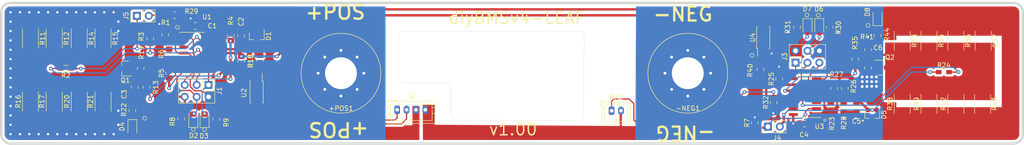
<source format=kicad_pcb>
(kicad_pcb (version 20171130) (host pcbnew "(5.1.0)-1")
  (title_block (title "diyBMS LEAF") (date 2020-03-10) (rev V1.0) (company "Yoyodyne Consulting Inc."))
  (layers (0 F.Cu signal) (31 B.Cu signal) (34 B.Paste user) (35 F.Paste user) (36 B.SilkS user) (37 F.SilkS user) (38 B.Mask user) (39 F.Mask user) (44 Edge.Cuts user))
  (net 0 "")
  (net 1 GND)
  (net 2 VCC)
  (net 3 2_VOLT)
  (net 4 "Net-(C3-Pad1)")
  (net 5 "Net-(D2-Pad2)")
  (net 6 "Net-(D2-Pad1)")
  (net 7 "Net-(D3-Pad2)")
  (net 8 "Net-(D3-Pad1)")
  (net 9 "Net-(D4-Pad1)")
  (net 10 "Net-(J1-Pad5)")
  (net 11 "Net-(J1-Pad3)")
  (net 12 "Net-(Q1-Pad3)")
  (net 13 ENABLE)
  (net 14 "Net-(R5-Pad2)")
  (net 15 RXD0)
  (net 16 DUMP_LOAD_ENABLE)
  (net 17 TXD0)
  (net 18 "Net-(R18-Pad1)")
  (net 19 "Net-(C6-Pad1)")
  (net 20 "Net-(D6-Pad2)")
  (net 21 "Net-(D6-Pad1)")
  (net 22 "Net-(D7-Pad2)")
  (net 23 "Net-(D7-Pad1)")
  (net 24 "Net-(D8-Pad1)")
  (net 25 "Net-(J3-Pad5)")
  (net 26 "Net-(J3-Pad3)")
  (net 27 "Net-(Q2-Pad3)")
  (net 28 "Net-(R27-Pad2)")
  (net 29 "Net-(R40-Pad1)")
  (net 30 GNDS)
  (net 31 2_VOLT_1)
  (net 32 ENABLE_1)
  (net 33 RXD1)
  (net 34 DUMP_LOAD_ENABLE_1)
  (net 35 TXD1)
  (net 36 +VDC)
  (net 37 "Net-(J2-Pad2)")
  (net 38 "Net-(J2-Pad1)")
  (net 39 "Net-(U1-Pad3)")
  (net 40 "Net-(U3-Pad3)")
  (net 41 "Net-(J4-Pad1)")
  (net 42 "Net-(J5-Pad2)")
  (module Connector_JST:JST_PH_B4B-PH-K_1x04_P2.00mm_Vertical (layer F.Cu) (at 127.5 100.8)
    (fp_text reference J2 (at 3 -2.9) (layer F.SilkS))
    (fp_text value "B4B-PH-K(LF)(SN)")
    (pad 4 thru_hole oval (at 6 0) (size 1.2 1.75) (drill 0.75) (layers *.Cu *.Mask) (net 36 +VDC))
    (pad 3 thru_hole oval (at 4 0) (size 1.2 1.75) (drill 0.75) (layers *.Cu *.Mask) (net 1 GND))
    (pad 2 thru_hole oval (at 2 0) (size 1.2 1.75) (drill 0.75) (layers *.Cu *.Mask) (net 37 "Net-(J2-Pad2)"))
    (pad 1 thru_hole roundrect (at 0 0) (size 1.2 1.75) (drill 0.75) (layers *.Cu *.Mask) (roundrect_rratio 0.208333) (net 38 "Net-(J2-Pad1)"))
  )
  (module Connector_JST:JST_PH_B2B-PH-K_1x02_P2.00mm_Vertical (layer F.Cu) (at 173.25 101)
    (fp_text reference RX2 (at 1 -2.9) (layer F.SilkS))
    (fp_text value "B2B-PH-K(LF)(SN)")
    (pad 2 thru_hole oval (at 2 0) (size 1.2 1.75) (drill 0.75) (layers *.Cu *.Mask) (net 36 +VDC))
    (pad 1 thru_hole roundrect (at 0 0) (size 1.2 1.75) (drill 0.75) (layers *.Cu *.Mask) (roundrect_rratio 0.208333) (net 33 RXD1))
  )
  (module Package_TO_SOT_SMD:SOT-23 (layer F.Cu) (at 228.854 101.854 270)
    (fp_text reference D5 (at 0 -2.5 90) (layer F.SilkS))
    (fp_text value AZ432ANTR-E1)
    (pad 3 smd rect (at 1 0 270) (size 0.9 0.8) (layers F.Cu F.Paste F.Mask) (net 30 GNDS))
    (pad 2 smd rect (at -1 0.95 270) (size 0.9 0.8) (layers F.Cu F.Paste F.Mask) (net 31 2_VOLT_1))
    (pad 1 smd rect (at -1 -0.95 270) (size 0.9 0.8) (layers F.Cu F.Paste F.Mask) (net 31 2_VOLT_1))
  )
  (module Package_TO_SOT_SMD:SOT-23 (layer F.Cu) (at 97.536 85.09 270)
    (fp_text reference D1 (at 0 -2.5 90) (layer F.SilkS))
    (fp_text value AZ432ANTR-E1)
    (pad 3 smd rect (at 1 0 270) (size 0.9 0.8) (layers F.Cu F.Paste F.Mask) (net 1 GND))
    (pad 2 smd rect (at -1 0.95 270) (size 0.9 0.8) (layers F.Cu F.Paste F.Mask) (net 3 2_VOLT))
    (pad 1 smd rect (at -1 -0.95 270) (size 0.9 0.8) (layers F.Cu F.Paste F.Mask) (net 3 2_VOLT))
  )
  (module Resistors_SMD:R_0603_HandSoldering (layer F.Cu) (at 244.15 92.75)
    (fp_text reference R24 (at 0 -1.45) (layer F.SilkS))
    (fp_text value NCP21WB473J03RA)
    (pad 2 smd rect (at 1.1 0) (size 1.2 0.9) (layers F.Cu F.Paste F.Mask) (net 26 "Net-(J3-Pad3)"))
    (pad 1 smd rect (at -1.1 0) (size 1.2 0.9) (layers F.Cu F.Paste F.Mask) (net 31 2_VOLT_1))
  )
  (module Resistors_SMD:R_0603_HandSoldering (layer F.Cu) (at 56.8 92 180)
    (fp_text reference R2 (at 0 -1.45) (layer F.SilkS))
    (fp_text value NCP21WB473J03RA)
    (pad 2 smd rect (at 1.1 0 180) (size 1.2 0.9) (layers F.Cu F.Paste F.Mask) (net 11 "Net-(J1-Pad3)"))
    (pad 1 smd rect (at -1.1 0 180) (size 1.2 0.9) (layers F.Cu F.Paste F.Mask) (net 3 2_VOLT))
  )
  (module Resistor_SMD:R_0805_2012Metric_Pad1.15x1.40mm_HandSolder (layer F.Cu) (at 94.234 90.424 90)
    (fp_text reference R10 (at 0 2 90) (layer F.SilkS))
    (fp_text value 4K7)
    (pad 2 smd roundrect (at 1.025 0 90) (size 1.15 1.4) (layers F.Cu F.Paste F.Mask) (roundrect_rratio 0.217391) (net 15 RXD0))
    (pad 1 smd roundrect (at -1.025 0 90) (size 1.15 1.4) (layers F.Cu F.Paste F.Mask) (roundrect_rratio 0.217391) (net 1 GND))
  )
  (module Resistor_SMD:R_0805_2012Metric_Pad1.15x1.40mm_HandSolder (layer F.Cu) (at 80 80.6)
    (fp_text reference R29 (at 3.6 -0.8) (layer F.SilkS))
    (fp_text value 47K)
    (pad 2 smd roundrect (at 1.025 0) (size 1.15 1.4) (layers F.Cu F.Paste F.Mask) (roundrect_rratio 0.217391) (net 1 GND))
    (pad 1 smd roundrect (at -1.025 0) (size 1.15 1.4) (layers F.Cu F.Paste F.Mask) (roundrect_rratio 0.217391) (net 42 "Net-(J5-Pad2)"))
  )
  (module Connector_PinHeader_2.54mm:PinHeader_1x02_P2.54mm_Vertical (layer F.Cu) (at 71.96 80.75 90)
    (fp_text reference J5 (at 0 -2.33 90) (layer F.SilkS))
    (fp_text value Conn_01x02)
    (pad 2 thru_hole oval (at 0 2.54 90) (size 1.7 1.7) (drill 1) (layers *.Cu *.Mask) (net 42 "Net-(J5-Pad2)"))
    (pad 1 thru_hole rect (at 0 0 90) (size 1.7 1.7) (drill 1) (layers *.Cu *.Mask) (net 3 2_VOLT))
  )
  (module Resistor_SMD:R_0805_2012Metric_Pad1.15x1.40mm_HandSolder (layer F.Cu) (at 203.8 103.6 90)
    (fp_text reference R7 (at 0 -1.65 90) (layer F.SilkS))
    (fp_text value 47K)
    (pad 2 smd roundrect (at 1.025 0 90) (size 1.15 1.4) (layers F.Cu F.Paste F.Mask) (roundrect_rratio 0.217391) (net 30 GNDS))
    (pad 1 smd roundrect (at -1.025 0 90) (size 1.15 1.4) (layers F.Cu F.Paste F.Mask) (roundrect_rratio 0.217391) (net 41 "Net-(J4-Pad1)"))
  )
  (module Connector_PinHeader_2.54mm:PinHeader_1x02_P2.54mm_Vertical (layer F.Cu) (at 206.6 104.4 90)
    (fp_text reference J4 (at -2.4 2 180) (layer F.SilkS))
    (fp_text value Conn_01x02)
    (pad 2 thru_hole oval (at 0 2.54 90) (size 1.7 1.7) (drill 1) (layers *.Cu *.Mask) (net 31 2_VOLT_1))
    (pad 1 thru_hole rect (at 0 0 90) (size 1.7 1.7) (drill 1) (layers *.Cu *.Mask) (net 41 "Net-(J4-Pad1)"))
  )
  (module Connector_PinHeader_2.54mm:PinHeader_2x03_P2.54mm_Vertical (layer F.Cu) (at 87.25 95.5 270)
    (fp_text reference J1 (at 1.27 -2.33 90) (layer F.SilkS))
    (fp_text value AVR-ISP-6)
    (pad 6 thru_hole oval (at 2.54 5.08 270) (size 1.7 1.7) (drill 1) (layers *.Cu *.Mask) (net 1 GND))
    (pad 5 thru_hole oval (at 0 5.08 270) (size 1.7 1.7) (drill 1) (layers *.Cu *.Mask) (net 10 "Net-(J1-Pad5)"))
    (pad 4 thru_hole oval (at 2.54 2.54 270) (size 1.7 1.7) (drill 1) (layers *.Cu *.Mask) (net 5 "Net-(D2-Pad2)"))
    (pad 3 thru_hole oval (at 0 2.54 270) (size 1.7 1.7) (drill 1) (layers *.Cu *.Mask) (net 11 "Net-(J1-Pad3)"))
    (pad 2 thru_hole oval (at 2.54 0 270) (size 1.7 1.7) (drill 1) (layers *.Cu *.Mask) (net 2 VCC))
    (pad 1 thru_hole rect (at 0 0 270) (size 1.7 1.7) (drill 1) (layers *.Cu *.Mask) (net 7 "Net-(D3-Pad2)"))
  )
  (module Package_SO:SOIC-14_3.9x8.7mm_P1.27mm (layer F.Cu) (at 84.45 88.7)
    (fp_text reference U1 (at 2.45 -7.7) (layer F.SilkS))
    (fp_text value ATtiny841-SSU)
    (pad 14 smd roundrect (at 2.475 -3.81) (size 1.95 0.6) (layers F.Cu F.Paste F.Mask) (net 1 GND))
    (pad 13 smd roundrect (at 2.475 -2.54) (size 1.95 0.6) (layers F.Cu F.Paste F.Mask) (net 3 2_VOLT))
    (pad 12 smd roundrect (at 2.475 -1.27) (size 1.95 0.6) (layers F.Cu F.Paste F.Mask) (net 17 TXD0))
    (pad 11 smd roundrect (at 2.475 0) (size 1.95 0.6) (layers F.Cu F.Paste F.Mask) (net 15 RXD0))
    (pad 10 smd roundrect (at 2.475 1.27) (size 1.95 0.6) (layers F.Cu F.Paste F.Mask) (net 16 DUMP_LOAD_ENABLE))
    (pad 9 smd roundrect (at 2.475 2.54) (size 1.95 0.6) (layers F.Cu F.Paste F.Mask) (net 11 "Net-(J1-Pad3)"))
    (pad 8 smd roundrect (at 2.475 3.81) (size 1.95 0.6) (layers F.Cu F.Paste F.Mask) (net 7 "Net-(D3-Pad2)"))
    (pad 7 smd roundrect (at -2.475 3.81) (size 1.95 0.6) (layers F.Cu F.Paste F.Mask) (net 5 "Net-(D2-Pad2)"))
    (pad 6 smd roundrect (at -2.475 2.54) (size 1.95 0.6) (layers F.Cu F.Paste F.Mask) (net 13 ENABLE))
    (pad 5 smd roundrect (at -2.475 1.27) (size 1.95 0.6) (layers F.Cu F.Paste F.Mask) (net 14 "Net-(R5-Pad2)"))
    (pad 4 smd roundrect (at -2.475 0) (size 1.95 0.6) (layers F.Cu F.Paste F.Mask) (net 10 "Net-(J1-Pad5)"))
    (pad 3 smd roundrect (at -2.475 -1.27) (size 1.95 0.6) (layers F.Cu F.Paste F.Mask) (net 39 "Net-(U1-Pad3)"))
    (pad 2 smd roundrect (at -2.475 -2.54) (size 1.95 0.6) (layers F.Cu F.Paste F.Mask) (net 42 "Net-(J5-Pad2)"))
    (pad 1 smd roundrect (at -2.475 -3.81) (size 1.95 0.6) (layers F.Cu F.Paste F.Mask) (net 2 VCC))
  )
  (module diyBMSv4-Leaf:MountingHole_6.5mm_Pad_Via (layer F.Cu) (at 115.5 93 180)
    (fp_text reference +POS1 (at 0 -7.5) (layer F.SilkS))
    (fp_text value Screw_Terminal_01x01)
    (pad 1 thru_hole circle (at 3.447146 -3.447146 180) (size 0.9 0.9) (drill 0.6) (layers *.Cu *.Mask) (net 2 VCC))
    (pad 1 thru_hole circle (at 0 -4.875 180) (size 0.9 0.9) (drill 0.6) (layers *.Cu *.Mask) (net 2 VCC))
    (pad 1 thru_hole circle (at -3.447146 -3.447146 180) (size 0.9 0.9) (drill 0.6) (layers *.Cu *.Mask) (net 2 VCC))
    (pad 1 thru_hole circle (at -4.875 0 180) (size 0.9 0.9) (drill 0.6) (layers *.Cu *.Mask) (net 2 VCC))
    (pad 1 thru_hole circle (at -3.447146 3.447146 180) (size 0.9 0.9) (drill 0.6) (layers *.Cu *.Mask) (net 2 VCC))
    (pad 1 thru_hole circle (at 0 4.875 180) (size 0.9 0.9) (drill 0.6) (layers *.Cu *.Mask) (net 2 VCC))
    (pad 1 thru_hole circle (at 3.447146 3.447146 180) (size 0.9 0.9) (drill 0.6) (layers *.Cu *.Mask) (net 2 VCC))
    (pad 1 thru_hole circle (at 4.875 0 180) (size 0.9 0.9) (drill 0.6) (layers *.Cu *.Mask) (net 2 VCC))
    (pad 1 thru_hole circle (at 0 0 180) (size 16 16) (drill 6.8) (layers *.Cu *.Mask) (net 2 VCC))
  )
  (module diyBMSv4-Leaf:MountingHole_6.5mm_Pad_Via (layer F.Cu) (at 189.5 93 180)
    (fp_text reference -NEG1 (at 0 -7.5) (layer F.SilkS))
    (fp_text value Screw_Terminal_01x01)
    (pad 1 thru_hole circle (at 3.447146 -3.447146 180) (size 0.9 0.9) (drill 0.6) (layers *.Cu *.Mask) (net 30 GNDS))
    (pad 1 thru_hole circle (at 0 -4.875 180) (size 0.9 0.9) (drill 0.6) (layers *.Cu *.Mask) (net 30 GNDS))
    (pad 1 thru_hole circle (at -3.447146 -3.447146 180) (size 0.9 0.9) (drill 0.6) (layers *.Cu *.Mask) (net 30 GNDS))
    (pad 1 thru_hole circle (at -4.875 0 180) (size 0.9 0.9) (drill 0.6) (layers *.Cu *.Mask) (net 30 GNDS))
    (pad 1 thru_hole circle (at -3.447146 3.447146 180) (size 0.9 0.9) (drill 0.6) (layers *.Cu *.Mask) (net 30 GNDS))
    (pad 1 thru_hole circle (at 0 4.875 180) (size 0.9 0.9) (drill 0.6) (layers *.Cu *.Mask) (net 30 GNDS))
    (pad 1 thru_hole circle (at 3.447146 3.447146 180) (size 0.9 0.9) (drill 0.6) (layers *.Cu *.Mask) (net 30 GNDS))
    (pad 1 thru_hole circle (at 4.875 0 180) (size 0.9 0.9) (drill 0.6) (layers *.Cu *.Mask) (net 30 GNDS))
    (pad 1 thru_hole circle (at 0 0 180) (size 16 16) (drill 6.8) (layers *.Cu *.Mask) (net 30 GNDS))
  )
  (module Connector_PinHeader_2.54mm:PinHeader_2x03_P2.54mm_Vertical (layer F.Cu) (at 212.5 90.75 90)
    (fp_text reference J3 (at 1.27 -2.33 90) (layer F.SilkS))
    (fp_text value AVR-ISP-6)
    (pad 6 thru_hole oval (at 2.54 5.08 90) (size 1.7 1.7) (drill 1) (layers *.Cu *.Mask) (net 30 GNDS))
    (pad 5 thru_hole oval (at 0 5.08 90) (size 1.7 1.7) (drill 1) (layers *.Cu *.Mask) (net 25 "Net-(J3-Pad5)"))
    (pad 4 thru_hole oval (at 2.54 2.54 90) (size 1.7 1.7) (drill 1) (layers *.Cu *.Mask) (net 20 "Net-(D6-Pad2)"))
    (pad 3 thru_hole oval (at 0 2.54 90) (size 1.7 1.7) (drill 1) (layers *.Cu *.Mask) (net 26 "Net-(J3-Pad3)"))
    (pad 2 thru_hole oval (at 2.54 0 90) (size 1.7 1.7) (drill 1) (layers *.Cu *.Mask) (net 36 +VDC))
    (pad 1 thru_hole rect (at 0 0 90) (size 1.7 1.7) (drill 1) (layers *.Cu *.Mask) (net 22 "Net-(D7-Pad2)"))
  )
  (module Capacitor_SMD:C_0805_2012Metric_Pad1.15x1.40mm_HandSolder (layer F.Cu) (at 225.5 100.25 270)
    (fp_text reference C5 (at 3 0 180) (layer F.SilkS))
    (fp_text value 2.2uF)
    (pad 2 smd roundrect (at 1.025 0 270) (size 1.15 1.4) (layers F.Cu F.Paste F.Mask) (roundrect_rratio 0.217391) (net 30 GNDS))
    (pad 1 smd roundrect (at -1.025 0 270) (size 1.15 1.4) (layers F.Cu F.Paste F.Mask) (roundrect_rratio 0.217391) (net 31 2_VOLT_1))
  )
  (module Package_SO:SOIC-14_3.9x8.7mm_P1.27mm (layer F.Cu) (at 214.5 98 180)
    (fp_text reference U3 (at -3.09 -6.37) (layer F.SilkS))
    (fp_text value ATtiny841-SSU)
    (pad 14 smd roundrect (at 2.475 -3.81 180) (size 1.95 0.6) (layers F.Cu F.Paste F.Mask) (net 30 GNDS))
    (pad 13 smd roundrect (at 2.475 -2.54 180) (size 1.95 0.6) (layers F.Cu F.Paste F.Mask) (net 31 2_VOLT_1))
    (pad 12 smd roundrect (at 2.475 -1.27 180) (size 1.95 0.6) (layers F.Cu F.Paste F.Mask) (net 35 TXD1))
    (pad 11 smd roundrect (at 2.475 0 180) (size 1.95 0.6) (layers F.Cu F.Paste F.Mask) (net 33 RXD1))
    (pad 10 smd roundrect (at 2.475 1.27 180) (size 1.95 0.6) (layers F.Cu F.Paste F.Mask) (net 34 DUMP_LOAD_ENABLE_1))
    (pad 9 smd roundrect (at 2.475 2.54 180) (size 1.95 0.6) (layers F.Cu F.Paste F.Mask) (net 26 "Net-(J3-Pad3)"))
    (pad 8 smd roundrect (at 2.475 3.81 180) (size 1.95 0.6) (layers F.Cu F.Paste F.Mask) (net 22 "Net-(D7-Pad2)"))
    (pad 7 smd roundrect (at -2.475 3.81 180) (size 1.95 0.6) (layers F.Cu F.Paste F.Mask) (net 20 "Net-(D6-Pad2)"))
    (pad 6 smd roundrect (at -2.475 2.54 180) (size 1.95 0.6) (layers F.Cu F.Paste F.Mask) (net 32 ENABLE_1))
    (pad 5 smd roundrect (at -2.475 1.27 180) (size 1.95 0.6) (layers F.Cu F.Paste F.Mask) (net 28 "Net-(R27-Pad2)"))
    (pad 4 smd roundrect (at -2.475 0 180) (size 1.95 0.6) (layers F.Cu F.Paste F.Mask) (net 25 "Net-(J3-Pad5)"))
    (pad 3 smd roundrect (at -2.475 -1.27 180) (size 1.95 0.6) (layers F.Cu F.Paste F.Mask) (net 40 "Net-(U3-Pad3)"))
    (pad 2 smd roundrect (at -2.475 -2.54 180) (size 1.95 0.6) (layers F.Cu F.Paste F.Mask) (net 41 "Net-(J4-Pad1)"))
    (pad 1 smd roundrect (at -2.475 -3.81 180) (size 1.95 0.6) (layers F.Cu F.Paste F.Mask) (net 36 +VDC))
  )
  (module Resistor_SMD:R_2512_6332Metric_Pad1.52x3.35mm_HandSolder (layer F.Cu) (at 64.738 99.044 90)
    (fp_text reference R21 (at 0 -2.62 90) (layer F.SilkS))
    (fp_text value 33R)
    (pad 2 smd roundrect (at 2.9875 0 90) (size 1.525 3.35) (layers F.Cu F.Paste F.Mask) (roundrect_rratio 0.163934) (net 12 "Net-(Q1-Pad3)"))
    (pad 1 smd roundrect (at -2.9875 0 90) (size 1.525 3.35) (layers F.Cu F.Paste F.Mask) (roundrect_rratio 0.163934) (net 2 VCC))
  )
  (module Resistor_SMD:R_2512_6332Metric_Pad1.52x3.35mm_HandSolder (layer F.Cu) (at 59.658 99.044 90)
    (fp_text reference R20 (at 0 -2.62 90) (layer F.SilkS))
    (fp_text value 33R)
    (pad 2 smd roundrect (at 2.9875 0 90) (size 1.525 3.35) (layers F.Cu F.Paste F.Mask) (roundrect_rratio 0.163934) (net 12 "Net-(Q1-Pad3)"))
    (pad 1 smd roundrect (at -2.9875 0 90) (size 1.525 3.35) (layers F.Cu F.Paste F.Mask) (roundrect_rratio 0.163934) (net 2 VCC))
  )
  (module Resistor_SMD:R_2512_6332Metric_Pad1.52x3.35mm_HandSolder (layer F.Cu) (at 54.324 99.044 90)
    (fp_text reference R17 (at 0 -2.62 90) (layer F.SilkS))
    (fp_text value 33R)
    (pad 2 smd roundrect (at 2.9875 0 90) (size 1.525 3.35) (layers F.Cu F.Paste F.Mask) (roundrect_rratio 0.163934) (net 12 "Net-(Q1-Pad3)"))
    (pad 1 smd roundrect (at -2.9875 0 90) (size 1.525 3.35) (layers F.Cu F.Paste F.Mask) (roundrect_rratio 0.163934) (net 2 VCC))
  )
  (module Resistor_SMD:R_2512_6332Metric_Pad1.52x3.35mm_HandSolder (layer F.Cu) (at 49.244 99.044 90)
    (fp_text reference R16 (at 0 -2.62 90) (layer F.SilkS))
    (fp_text value 33R)
    (pad 2 smd roundrect (at 2.9875 0 90) (size 1.525 3.35) (layers F.Cu F.Paste F.Mask) (roundrect_rratio 0.163934) (net 12 "Net-(Q1-Pad3)"))
    (pad 1 smd roundrect (at -2.9875 0 90) (size 1.525 3.35) (layers F.Cu F.Paste F.Mask) (roundrect_rratio 0.163934) (net 2 VCC))
  )
  (module Resistor_SMD:R_2512_6332Metric_Pad1.52x3.35mm_HandSolder (layer F.Cu) (at 64.738 85.582 270)
    (fp_text reference R15 (at 0 -2.62 90) (layer F.SilkS))
    (fp_text value 33R)
    (pad 2 smd roundrect (at 2.9875 0 270) (size 1.525 3.35) (layers F.Cu F.Paste F.Mask) (roundrect_rratio 0.163934) (net 12 "Net-(Q1-Pad3)"))
    (pad 1 smd roundrect (at -2.9875 0 270) (size 1.525 3.35) (layers F.Cu F.Paste F.Mask) (roundrect_rratio 0.163934) (net 2 VCC))
  )
  (module Resistor_SMD:R_2512_6332Metric_Pad1.52x3.35mm_HandSolder (layer F.Cu) (at 59.658 85.582 270)
    (fp_text reference R14 (at 0 -2.62 90) (layer F.SilkS))
    (fp_text value 33R)
    (pad 2 smd roundrect (at 2.9875 0 270) (size 1.525 3.35) (layers F.Cu F.Paste F.Mask) (roundrect_rratio 0.163934) (net 12 "Net-(Q1-Pad3)"))
    (pad 1 smd roundrect (at -2.9875 0 270) (size 1.525 3.35) (layers F.Cu F.Paste F.Mask) (roundrect_rratio 0.163934) (net 2 VCC))
  )
  (module Resistor_SMD:R_2512_6332Metric_Pad1.52x3.35mm_HandSolder (layer F.Cu) (at 54.324 85.582 270)
    (fp_text reference R12 (at 0 -2.62 90) (layer F.SilkS))
    (fp_text value 33R)
    (pad 2 smd roundrect (at 2.9875 0 270) (size 1.525 3.35) (layers F.Cu F.Paste F.Mask) (roundrect_rratio 0.163934) (net 12 "Net-(Q1-Pad3)"))
    (pad 1 smd roundrect (at -2.9875 0 270) (size 1.525 3.35) (layers F.Cu F.Paste F.Mask) (roundrect_rratio 0.163934) (net 2 VCC))
  )
  (module Resistor_SMD:R_2512_6332Metric_Pad1.52x3.35mm_HandSolder (layer F.Cu) (at 49.244 85.582 270)
    (fp_text reference R11 (at 0 -2.62 90) (layer F.SilkS))
    (fp_text value 33R)
    (pad 2 smd roundrect (at 2.9875 0 270) (size 1.525 3.35) (layers F.Cu F.Paste F.Mask) (roundrect_rratio 0.163934) (net 12 "Net-(Q1-Pad3)"))
    (pad 1 smd roundrect (at -2.9875 0 270) (size 1.525 3.35) (layers F.Cu F.Paste F.Mask) (roundrect_rratio 0.163934) (net 2 VCC))
  )
  (module Resistor_SMD:R_2512_6332Metric_Pad1.52x3.35mm_HandSolder (layer F.Cu) (at 246.69 99.544 90)
    (fp_text reference R42 (at 0 -2.62 90) (layer F.SilkS))
    (fp_text value 31R6)
    (pad 1 smd roundrect (at -2.9875 0 90) (size 1.525 3.35) (layers F.Cu F.Paste F.Mask) (roundrect_rratio 0.163934) (net 36 +VDC))
    (pad 2 smd roundrect (at 2.9875 0 90) (size 1.525 3.35) (layers F.Cu F.Paste F.Mask) (roundrect_rratio 0.163934) (net 27 "Net-(Q2-Pad3)"))
  )
  (module Resistor_SMD:R_2512_6332Metric_Pad1.52x3.35mm_HandSolder (layer F.Cu) (at 240.975 99.544 90)
    (fp_text reference R39 (at 0 -2.62 90) (layer F.SilkS))
    (fp_text value 31R6)
    (pad 1 smd roundrect (at -2.9875 0 90) (size 1.525 3.35) (layers F.Cu F.Paste F.Mask) (roundrect_rratio 0.163934) (net 36 +VDC))
    (pad 2 smd roundrect (at 2.9875 0 90) (size 1.525 3.35) (layers F.Cu F.Paste F.Mask) (roundrect_rratio 0.163934) (net 27 "Net-(Q2-Pad3)"))
  )
  (module Resistor_SMD:R_2512_6332Metric_Pad1.52x3.35mm_HandSolder (layer F.Cu) (at 235.26 99.544 90)
    (fp_text reference R38 (at 0 -2.62 90) (layer F.SilkS))
    (fp_text value 31R6)
    (pad 1 smd roundrect (at -2.9875 0 90) (size 1.525 3.35) (layers F.Cu F.Paste F.Mask) (roundrect_rratio 0.163934) (net 36 +VDC))
    (pad 2 smd roundrect (at 2.9875 0 90) (size 1.525 3.35) (layers F.Cu F.Paste F.Mask) (roundrect_rratio 0.163934) (net 27 "Net-(Q2-Pad3)"))
  )
  (module Resistor_SMD:R_2512_6332Metric_Pad1.52x3.35mm_HandSolder (layer F.Cu) (at 252.532 86.082 270)
    (fp_text reference R37 (at 0 -2.62 90) (layer F.SilkS))
    (fp_text value 31R6)
    (pad 1 smd roundrect (at -2.9875 0 270) (size 1.525 3.35) (layers F.Cu F.Paste F.Mask) (roundrect_rratio 0.163934) (net 36 +VDC))
    (pad 2 smd roundrect (at 2.9875 0 270) (size 1.525 3.35) (layers F.Cu F.Paste F.Mask) (roundrect_rratio 0.163934) (net 27 "Net-(Q2-Pad3)"))
  )
  (module Resistor_SMD:R_2512_6332Metric_Pad1.52x3.35mm_HandSolder (layer F.Cu) (at 246.69 86.082 270)
    (fp_text reference R36 (at 0 -2.62 90) (layer F.SilkS))
    (fp_text value 31R6)
    (pad 1 smd roundrect (at -2.9875 0 270) (size 1.525 3.35) (layers F.Cu F.Paste F.Mask) (roundrect_rratio 0.163934) (net 36 +VDC))
    (pad 2 smd roundrect (at 2.9875 0 270) (size 1.525 3.35) (layers F.Cu F.Paste F.Mask) (roundrect_rratio 0.163934) (net 27 "Net-(Q2-Pad3)"))
  )
  (module Resistor_SMD:R_2512_6332Metric_Pad1.52x3.35mm_HandSolder (layer F.Cu) (at 240.975 86.082 270)
    (fp_text reference R34 (at 0 -2.62 90) (layer F.SilkS))
    (fp_text value 31R6)
    (pad 1 smd roundrect (at -2.9875 0 270) (size 1.525 3.35) (layers F.Cu F.Paste F.Mask) (roundrect_rratio 0.163934) (net 36 +VDC))
    (pad 2 smd roundrect (at 2.9875 0 270) (size 1.525 3.35) (layers F.Cu F.Paste F.Mask) (roundrect_rratio 0.163934) (net 27 "Net-(Q2-Pad3)"))
  )
  (module Resistor_SMD:R_2512_6332Metric_Pad1.52x3.35mm_HandSolder (layer F.Cu) (at 235.26 86.082 270)
    (fp_text reference R33 (at 0 -2.62 90) (layer F.SilkS))
    (fp_text value 31R6)
    (pad 1 smd roundrect (at -2.9875 0 270) (size 1.525 3.35) (layers F.Cu F.Paste F.Mask) (roundrect_rratio 0.163934) (net 36 +VDC))
    (pad 2 smd roundrect (at 2.9875 0 270) (size 1.525 3.35) (layers F.Cu F.Paste F.Mask) (roundrect_rratio 0.163934) (net 27 "Net-(Q2-Pad3)"))
  )
  (module Package_SO:SOP-4_4.4x2.6mm_P1.27mm (layer F.Cu) (at 205.6 85.4 90)
    (fp_text reference U4 (at 0 -2.25 90) (layer F.SilkS))
    (fp_text value "EL3H7(B)(TA)-G")
    (pad 4 smd roundrect (at 3.1875 -0.635 90) (size 1.625 0.6) (layers F.Cu F.Paste F.Mask) (net 2 VCC))
    (pad 3 smd roundrect (at 3.1875 0.635 90) (size 1.625 0.6) (layers F.Cu F.Paste F.Mask) (net 15 RXD0))
    (pad 2 smd roundrect (at -3.1875 0.635 90) (size 1.625 0.6) (layers F.Cu F.Paste F.Mask) (net 30 GNDS))
    (pad 1 smd roundrect (at -3.1875 -0.635 90) (size 1.625 0.6) (layers F.Cu F.Paste F.Mask) (net 29 "Net-(R40-Pad1)"))
  )
  (module Package_SO:SOP-4_4.4x2.6mm_P1.27mm (layer F.Cu) (at 97.5 97 270)
    (fp_text reference U2 (at 0.2 2.7 270) (layer F.SilkS))
    (fp_text value "EL3H7(B)(TA)-G")
    (pad 4 smd roundrect (at 3.1875 -0.635 270) (size 1.625 0.6) (layers F.Cu F.Paste F.Mask) (net 38 "Net-(J2-Pad1)"))
    (pad 3 smd roundrect (at 3.1875 0.635 270) (size 1.625 0.6) (layers F.Cu F.Paste F.Mask) (net 37 "Net-(J2-Pad2)"))
    (pad 2 smd roundrect (at -3.1875 0.635 270) (size 1.625 0.6) (layers F.Cu F.Paste F.Mask) (net 1 GND))
    (pad 1 smd roundrect (at -3.1875 -0.635 270) (size 1.625 0.6) (layers F.Cu F.Paste F.Mask) (net 18 "Net-(R18-Pad1)"))
  )
  (module Resistor_SMD:R_0805_2012Metric_Pad1.15x1.40mm_HandSolder (layer F.Cu) (at 205 92.2 270)
    (fp_text reference R40 (at 0.2 2.2 90) (layer F.SilkS))
    (fp_text value 510R)
    (pad 2 smd roundrect (at 1.025 0 270) (size 1.15 1.4) (layers F.Cu F.Paste F.Mask) (roundrect_rratio 0.217391) (net 35 TXD1))
    (pad 1 smd roundrect (at -1.025 0 270) (size 1.15 1.4) (layers F.Cu F.Paste F.Mask) (roundrect_rratio 0.217391) (net 29 "Net-(R40-Pad1)"))
  )
  (module Resistor_SMD:R_0805_2012Metric_Pad1.15x1.40mm_HandSolder (layer F.Cu) (at 207.8 99.225 90)
    (fp_text reference R32 (at 0 -1.65 90) (layer F.SilkS))
    (fp_text value 4K7)
    (pad 2 smd roundrect (at 1.025 0 90) (size 1.15 1.4) (layers F.Cu F.Paste F.Mask) (roundrect_rratio 0.217391) (net 33 RXD1))
    (pad 1 smd roundrect (at -1.025 0 90) (size 1.15 1.4) (layers F.Cu F.Paste F.Mask) (roundrect_rratio 0.217391) (net 30 GNDS))
  )
  (module Resistor_SMD:R_0805_2012Metric_Pad1.15x1.40mm_HandSolder (layer F.Cu) (at 98.25 90.2 90)
    (fp_text reference R18 (at -0.2 -2.05 90) (layer F.SilkS))
    (fp_text value 510R)
    (pad 2 smd roundrect (at 1.025 0 90) (size 1.15 1.4) (layers F.Cu F.Paste F.Mask) (roundrect_rratio 0.217391) (net 17 TXD0))
    (pad 1 smd roundrect (at -1.025 0 90) (size 1.15 1.4) (layers F.Cu F.Paste F.Mask) (roundrect_rratio 0.217391) (net 18 "Net-(R18-Pad1)"))
  )
  (module Resistor_SMD:R_0805_2012Metric_Pad1.15x1.40mm_HandSolder (layer F.Cu) (at 230 85 90)
    (fp_text reference R44 (at 0.25 2 90) (layer F.SilkS))
    (fp_text value 2K2)
    (pad 2 smd roundrect (at 1.025 0 90) (size 1.15 1.4) (layers F.Cu F.Paste F.Mask) (roundrect_rratio 0.217391) (net 24 "Net-(D8-Pad1)"))
    (pad 1 smd roundrect (at -1.025 0 90) (size 1.15 1.4) (layers F.Cu F.Paste F.Mask) (roundrect_rratio 0.217391) (net 27 "Net-(Q2-Pad3)"))
  )
  (module Resistor_SMD:R_2512_6332Metric_Pad1.52x3.35mm_HandSolder (layer F.Cu) (at 252.405 99.544 90)
    (fp_text reference R43 (at 0 2.54 90) (layer F.SilkS))
    (fp_text value 31R6)
    (pad 1 smd roundrect (at -2.9875 0 90) (size 1.525 3.35) (layers F.Cu F.Paste F.Mask) (roundrect_rratio 0.163934) (net 36 +VDC))
    (pad 2 smd roundrect (at 2.9875 0 90) (size 1.525 3.35) (layers F.Cu F.Paste F.Mask) (roundrect_rratio 0.163934) (net 27 "Net-(Q2-Pad3)"))
  )
  (module Resistor_SMD:R_0805_2012Metric_Pad1.15x1.40mm_HandSolder (layer F.Cu) (at 228 88 90)
    (fp_text reference R41 (at 2.77 -0.27 180) (layer F.SilkS))
    (fp_text value 47K)
    (pad 2 smd roundrect (at 1.025 0 90) (size 1.15 1.4) (layers F.Cu F.Paste F.Mask) (roundrect_rratio 0.217391) (net 30 GNDS))
    (pad 1 smd roundrect (at -1.025 0 90) (size 1.15 1.4) (layers F.Cu F.Paste F.Mask) (roundrect_rratio 0.217391) (net 19 "Net-(C6-Pad1)"))
  )
  (module Resistor_SMD:R_0805_2012Metric_Pad1.15x1.40mm_HandSolder (layer F.Cu) (at 225.2 90.025 270)
    (fp_text reference R35 (at -3.475 0 90) (layer F.SilkS))
    (fp_text value 510R)
    (pad 2 smd roundrect (at 1.025 0 270) (size 1.15 1.4) (layers F.Cu F.Paste F.Mask) (roundrect_rratio 0.217391) (net 34 DUMP_LOAD_ENABLE_1))
    (pad 1 smd roundrect (at -1.025 0 270) (size 1.15 1.4) (layers F.Cu F.Paste F.Mask) (roundrect_rratio 0.217391) (net 19 "Net-(C6-Pad1)"))
  )
  (module Resistor_SMD:R_0805_2012Metric_Pad1.15x1.40mm_HandSolder (layer F.Cu) (at 212.8 83.2 90)
    (fp_text reference R31 (at 0.06 -1.96 90) (layer F.SilkS))
    (fp_text value 2K2)
    (pad 2 smd roundrect (at 1.025 0 90) (size 1.15 1.4) (layers F.Cu F.Paste F.Mask) (roundrect_rratio 0.217391) (net 23 "Net-(D7-Pad1)"))
    (pad 1 smd roundrect (at -1.025 0 90) (size 1.15 1.4) (layers F.Cu F.Paste F.Mask) (roundrect_rratio 0.217391) (net 30 GNDS))
  )
  (module Resistor_SMD:R_0805_2012Metric_Pad1.15x1.40mm_HandSolder (layer F.Cu) (at 219.8 83.2 90)
    (fp_text reference R30 (at -0.07 1.87 90) (layer F.SilkS))
    (fp_text value 2K2)
    (pad 2 smd roundrect (at 1.025 0 90) (size 1.15 1.4) (layers F.Cu F.Paste F.Mask) (roundrect_rratio 0.217391) (net 21 "Net-(D6-Pad1)"))
    (pad 1 smd roundrect (at -1.025 0 90) (size 1.15 1.4) (layers F.Cu F.Paste F.Mask) (roundrect_rratio 0.217391) (net 30 GNDS))
  )
  (module Resistor_SMD:R_0805_2012Metric_Pad1.15x1.40mm_HandSolder (layer F.Cu) (at 222.75 100.25 270)
    (fp_text reference R28 (at 3.35 -0.05 90) (layer F.SilkS))
    (fp_text value 27K)
    (pad 2 smd roundrect (at 1.025 0 270) (size 1.15 1.4) (layers F.Cu F.Paste F.Mask) (roundrect_rratio 0.217391) (net 30 GNDS))
    (pad 1 smd roundrect (at -1.025 0 270) (size 1.15 1.4) (layers F.Cu F.Paste F.Mask) (roundrect_rratio 0.217391) (net 28 "Net-(R27-Pad2)"))
  )
  (module Resistor_SMD:R_0805_2012Metric_Pad1.15x1.40mm_HandSolder (layer F.Cu) (at 220.75 96.25 270)
    (fp_text reference R27 (at -3 -0.5) (layer F.SilkS))
    (fp_text value 68K)
    (pad 2 smd roundrect (at 1.025 0 270) (size 1.15 1.4) (layers F.Cu F.Paste F.Mask) (roundrect_rratio 0.217391) (net 28 "Net-(R27-Pad2)"))
    (pad 1 smd roundrect (at -1.025 0 270) (size 1.15 1.4) (layers F.Cu F.Paste F.Mask) (roundrect_rratio 0.217391) (net 32 ENABLE_1))
  )
  (module Resistor_SMD:R_0805_2012Metric_Pad1.15x1.40mm_HandSolder (layer F.Cu) (at 223 96.25 270)
    (fp_text reference R26 (at -0.45 -1.89 270) (layer F.SilkS))
    (fp_text value 1K)
    (pad 2 smd roundrect (at 1.025 0 270) (size 1.15 1.4) (layers F.Cu F.Paste F.Mask) (roundrect_rratio 0.217391) (net 31 2_VOLT_1))
    (pad 1 smd roundrect (at -1.025 0 270) (size 1.15 1.4) (layers F.Cu F.Paste F.Mask) (roundrect_rratio 0.217391) (net 32 ENABLE_1))
  )
  (module Resistor_SMD:R_0805_2012Metric_Pad1.15x1.40mm_HandSolder (layer F.Cu) (at 209 94.25 90)
    (fp_text reference R25 (at 0 -1.65 90) (layer F.SilkS))
    (fp_text value 47K)
    (pad 2 smd roundrect (at 1.025 0 90) (size 1.15 1.4) (layers F.Cu F.Paste F.Mask) (roundrect_rratio 0.217391) (net 30 GNDS))
    (pad 1 smd roundrect (at -1.025 0 90) (size 1.15 1.4) (layers F.Cu F.Paste F.Mask) (roundrect_rratio 0.217391) (net 26 "Net-(J3-Pad3)"))
  )
  (module Resistor_SMD:R_0805_2012Metric_Pad1.15x1.40mm_HandSolder (layer F.Cu) (at 220 100.25 90)
    (fp_text reference R23 (at -3.5 0.25 90) (layer F.SilkS))
    (fp_text value 10K)
    (pad 2 smd roundrect (at 1.025 0 90) (size 1.15 1.4) (layers F.Cu F.Paste F.Mask) (roundrect_rratio 0.217391) (net 25 "Net-(J3-Pad5)"))
    (pad 1 smd roundrect (at -1.025 0 90) (size 1.15 1.4) (layers F.Cu F.Paste F.Mask) (roundrect_rratio 0.217391) (net 36 +VDC))
  )
  (module Package_TO_SOT_SMD:SOT-23 (layer F.Cu) (at 230.8 91.8)
    (fp_text reference Q2 (at 1.84 -2.19) (layer F.SilkS))
    (fp_text value IRLML6244TRPBF)
    (pad 3 smd rect (at 1 0) (size 0.9 0.8) (layers F.Cu F.Paste F.Mask) (net 27 "Net-(Q2-Pad3)"))
    (pad 2 smd rect (at -1 0.95) (size 0.9 0.8) (layers F.Cu F.Paste F.Mask) (net 30 GNDS))
    (pad 1 smd rect (at -1 -0.95) (size 0.9 0.8) (layers F.Cu F.Paste F.Mask) (net 19 "Net-(C6-Pad1)"))
  )
  (module LED_SMD:LED_0805_2012Metric_Pad1.15x1.40mm_HandSolder (layer F.Cu) (at 230 81 90)
    (fp_text reference D8 (at 1.06 -2.18 90) (layer F.SilkS))
    (fp_text value "RED LED")
    (pad 2 smd roundrect (at 1.025 0 90) (size 1.15 1.4) (layers F.Cu F.Paste F.Mask) (roundrect_rratio 0.217391) (net 36 +VDC))
    (pad 1 smd roundrect (at -1.025 0 90) (size 1.15 1.4) (layers F.Cu F.Paste F.Mask) (roundrect_rratio 0.217391) (net 24 "Net-(D8-Pad1)"))
  )
  (module LED_SMD:LED_0805_2012Metric_Pad1.15x1.40mm_HandSolder (layer F.Cu) (at 215.05 83.2 270)
    (fp_text reference D7 (at -3.92 0.06 180) (layer F.SilkS))
    (fp_text value Blue)
    (pad 2 smd roundrect (at 1.025 0 270) (size 1.15 1.4) (layers F.Cu F.Paste F.Mask) (roundrect_rratio 0.217391) (net 22 "Net-(D7-Pad2)"))
    (pad 1 smd roundrect (at -1.025 0 270) (size 1.15 1.4) (layers F.Cu F.Paste F.Mask) (roundrect_rratio 0.217391) (net 23 "Net-(D7-Pad1)"))
  )
  (module LED_SMD:LED_0805_2012Metric_Pad1.15x1.40mm_HandSolder (layer F.Cu) (at 217.55 83.2 270)
    (fp_text reference D6 (at -3.88 0.06 180) (layer F.SilkS))
    (fp_text value Green)
    (pad 2 smd roundrect (at 1.025 0 270) (size 1.15 1.4) (layers F.Cu F.Paste F.Mask) (roundrect_rratio 0.217391) (net 20 "Net-(D6-Pad2)"))
    (pad 1 smd roundrect (at -1.025 0 270) (size 1.15 1.4) (layers F.Cu F.Paste F.Mask) (roundrect_rratio 0.217391) (net 21 "Net-(D6-Pad1)"))
  )
  (module Capacitor_SMD:C_0805_2012Metric_Pad1.15x1.40mm_HandSolder (layer F.Cu) (at 227.94 91.86 270)
    (fp_text reference C6 (at -4.3 -2.15) (layer F.SilkS))
    (fp_text value "10uF 10V")
    (pad 2 smd roundrect (at 1.025 0 270) (size 1.15 1.4) (layers F.Cu F.Paste F.Mask) (roundrect_rratio 0.217391) (net 30 GNDS))
    (pad 1 smd roundrect (at -1.025 0 270) (size 1.15 1.4) (layers F.Cu F.Paste F.Mask) (roundrect_rratio 0.217391) (net 19 "Net-(C6-Pad1)"))
  )
  (module Capacitor_SMD:C_0805_2012Metric_Pad1.15x1.40mm_HandSolder (layer F.Cu) (at 214.4 103.75 180)
    (fp_text reference C4 (at 0.08 -2.38) (layer F.SilkS))
    (fp_text value 100nF)
    (pad 2 smd roundrect (at 1.025 0 180) (size 1.15 1.4) (layers F.Cu F.Paste F.Mask) (roundrect_rratio 0.217391) (net 30 GNDS))
    (pad 1 smd roundrect (at -1.025 0 180) (size 1.15 1.4) (layers F.Cu F.Paste F.Mask) (roundrect_rratio 0.217391) (net 36 +VDC))
  )
  (module Resistor_SMD:R_0805_2012Metric_Pad1.15x1.40mm_HandSolder (layer F.Cu) (at 71 101 270)
    (fp_text reference R22 (at -0.2 1.8 90) (layer F.SilkS))
    (fp_text value 2K2)
    (pad 2 smd roundrect (at 1.025 0 270) (size 1.15 1.4) (layers F.Cu F.Paste F.Mask) (roundrect_rratio 0.217391) (net 9 "Net-(D4-Pad1)"))
    (pad 1 smd roundrect (at -1.025 0 270) (size 1.15 1.4) (layers F.Cu F.Paste F.Mask) (roundrect_rratio 0.217391) (net 12 "Net-(Q1-Pad3)"))
  )
  (module Resistor_SMD:R_0805_2012Metric_Pad1.15x1.40mm_HandSolder (layer F.Cu) (at 72.75 92 90)
    (fp_text reference R19 (at 3.4 0.2 90) (layer F.SilkS))
    (fp_text value 47K)
    (pad 2 smd roundrect (at 1.025 0 90) (size 1.15 1.4) (layers F.Cu F.Paste F.Mask) (roundrect_rratio 0.217391) (net 1 GND))
    (pad 1 smd roundrect (at -1.025 0 90) (size 1.15 1.4) (layers F.Cu F.Paste F.Mask) (roundrect_rratio 0.217391) (net 4 "Net-(C3-Pad1)"))
  )
  (module Resistor_SMD:R_0805_2012Metric_Pad1.15x1.40mm_HandSolder (layer F.Cu) (at 74 96 270)
    (fp_text reference R13 (at 0 -2 90) (layer F.SilkS))
    (fp_text value 510R)
    (pad 2 smd roundrect (at 1.025 0 270) (size 1.15 1.4) (layers F.Cu F.Paste F.Mask) (roundrect_rratio 0.217391) (net 16 DUMP_LOAD_ENABLE))
    (pad 1 smd roundrect (at -1.025 0 270) (size 1.15 1.4) (layers F.Cu F.Paste F.Mask) (roundrect_rratio 0.217391) (net 4 "Net-(C3-Pad1)"))
  )
  (module Resistor_SMD:R_0805_2012Metric_Pad1.15x1.40mm_HandSolder (layer F.Cu) (at 88.9 102.75 270)
    (fp_text reference R9 (at 0.77 -2.12 90) (layer F.SilkS))
    (fp_text value 2K2)
    (pad 2 smd roundrect (at 1.025 0 270) (size 1.15 1.4) (layers F.Cu F.Paste F.Mask) (roundrect_rratio 0.217391) (net 8 "Net-(D3-Pad1)"))
    (pad 1 smd roundrect (at -1.025 0 270) (size 1.15 1.4) (layers F.Cu F.Paste F.Mask) (roundrect_rratio 0.217391) (net 1 GND))
  )
  (module Resistor_SMD:R_0805_2012Metric_Pad1.15x1.40mm_HandSolder (layer F.Cu) (at 81.4 102.75 270)
    (fp_text reference R8 (at 0.56 1.83 90) (layer F.SilkS))
    (fp_text value 2K2)
    (pad 2 smd roundrect (at 1.025 0 270) (size 1.15 1.4) (layers F.Cu F.Paste F.Mask) (roundrect_rratio 0.217391) (net 6 "Net-(D2-Pad1)"))
    (pad 1 smd roundrect (at -1.025 0 270) (size 1.15 1.4) (layers F.Cu F.Paste F.Mask) (roundrect_rratio 0.217391) (net 1 GND))
  )
  (module Resistor_SMD:R_0805_2012Metric_Pad1.15x1.40mm_HandSolder (layer F.Cu) (at 78.85 88.9 90)
    (fp_text reference R6 (at 0 -1.65 90) (layer F.SilkS))
    (fp_text value 27K)
    (pad 2 smd roundrect (at 1.025 0 90) (size 1.15 1.4) (layers F.Cu F.Paste F.Mask) (roundrect_rratio 0.217391) (net 1 GND))
    (pad 1 smd roundrect (at -1.025 0 90) (size 1.15 1.4) (layers F.Cu F.Paste F.Mask) (roundrect_rratio 0.217391) (net 14 "Net-(R5-Pad2)"))
  )
  (module Resistor_SMD:R_0805_2012Metric_Pad1.15x1.40mm_HandSolder (layer F.Cu) (at 78.85 93 90)
    (fp_text reference R5 (at 0 -1.65 90) (layer F.SilkS))
    (fp_text value 68K)
    (pad 2 smd roundrect (at 1.025 0 90) (size 1.15 1.4) (layers F.Cu F.Paste F.Mask) (roundrect_rratio 0.217391) (net 14 "Net-(R5-Pad2)"))
    (pad 1 smd roundrect (at -1.025 0 90) (size 1.15 1.4) (layers F.Cu F.Paste F.Mask) (roundrect_rratio 0.217391) (net 13 ENABLE))
  )
  (module Resistor_SMD:R_0805_2012Metric_Pad1.15x1.40mm_HandSolder (layer F.Cu) (at 92 85 90)
    (fp_text reference R4 (at 3.2 0 270) (layer F.SilkS))
    (fp_text value 1K)
    (pad 2 smd roundrect (at 1.025 0 90) (size 1.15 1.4) (layers F.Cu F.Paste F.Mask) (roundrect_rratio 0.217391) (net 3 2_VOLT))
    (pad 1 smd roundrect (at -1.025 0 90) (size 1.15 1.4) (layers F.Cu F.Paste F.Mask) (roundrect_rratio 0.217391) (net 13 ENABLE))
  )
  (module Resistor_SMD:R_0805_2012Metric_Pad1.15x1.40mm_HandSolder (layer F.Cu) (at 74.8 85.6 90)
    (fp_text reference R3 (at 0.4 -1.9 90) (layer F.SilkS))
    (fp_text value 47K)
    (pad 2 smd roundrect (at 1.025 0 90) (size 1.15 1.4) (layers F.Cu F.Paste F.Mask) (roundrect_rratio 0.217391) (net 1 GND))
    (pad 1 smd roundrect (at -1.025 0 90) (size 1.15 1.4) (layers F.Cu F.Paste F.Mask) (roundrect_rratio 0.217391) (net 11 "Net-(J1-Pad3)"))
  )
  (module Resistor_SMD:R_0805_2012Metric_Pad1.15x1.40mm_HandSolder (layer F.Cu) (at 78 84.8 270)
    (fp_text reference R1 (at -2.6 -0.1 180) (layer F.SilkS))
    (fp_text value 10K)
    (pad 2 smd roundrect (at 1.025 0 270) (size 1.15 1.4) (layers F.Cu F.Paste F.Mask) (roundrect_rratio 0.217391) (net 10 "Net-(J1-Pad5)"))
    (pad 1 smd roundrect (at -1.025 0 270) (size 1.15 1.4) (layers F.Cu F.Paste F.Mask) (roundrect_rratio 0.217391) (net 2 VCC))
  )
  (module Package_TO_SOT_SMD:SOT-23 (layer F.Cu) (at 69.5 92 180)
    (fp_text reference Q1 (at 0 -2.5) (layer F.SilkS))
    (fp_text value IRLML6244TRPBF)
    (pad 3 smd rect (at 1 0 180) (size 0.9 0.8) (layers F.Cu F.Paste F.Mask) (net 12 "Net-(Q1-Pad3)"))
    (pad 2 smd rect (at -1 0.95 180) (size 0.9 0.8) (layers F.Cu F.Paste F.Mask) (net 1 GND))
    (pad 1 smd rect (at -1 -0.95 180) (size 0.9 0.8) (layers F.Cu F.Paste F.Mask) (net 4 "Net-(C3-Pad1)"))
  )
  (module LED_SMD:LED_0805_2012Metric_Pad1.15x1.40mm_HandSolder (layer F.Cu) (at 71 104.75 270)
    (fp_text reference D4 (at -0.35 2.2 90) (layer F.SilkS))
    (fp_text value "RED LED")
    (pad 2 smd roundrect (at 1.025 0 270) (size 1.15 1.4) (layers F.Cu F.Paste F.Mask) (roundrect_rratio 0.217391) (net 2 VCC))
    (pad 1 smd roundrect (at -1.025 0 270) (size 1.15 1.4) (layers F.Cu F.Paste F.Mask) (roundrect_rratio 0.217391) (net 9 "Net-(D4-Pad1)"))
  )
  (module LED_SMD:LED_0805_2012Metric_Pad1.15x1.40mm_HandSolder (layer F.Cu) (at 86.4 102.75 90)
    (fp_text reference D3 (at -3.65 -0.12 180) (layer F.SilkS))
    (fp_text value Blue)
    (pad 2 smd roundrect (at 1.025 0 90) (size 1.15 1.4) (layers F.Cu F.Paste F.Mask) (roundrect_rratio 0.217391) (net 7 "Net-(D3-Pad2)"))
    (pad 1 smd roundrect (at -1.025 0 90) (size 1.15 1.4) (layers F.Cu F.Paste F.Mask) (roundrect_rratio 0.217391) (net 8 "Net-(D3-Pad1)"))
  )
  (module LED_SMD:LED_0805_2012Metric_Pad1.15x1.40mm_HandSolder (layer F.Cu) (at 84 102.75 90)
    (fp_text reference D2 (at -3.55 0.06 180) (layer F.SilkS))
    (fp_text value Green)
    (pad 2 smd roundrect (at 1.025 0 90) (size 1.15 1.4) (layers F.Cu F.Paste F.Mask) (roundrect_rratio 0.217391) (net 5 "Net-(D2-Pad2)"))
    (pad 1 smd roundrect (at -1.025 0 90) (size 1.15 1.4) (layers F.Cu F.Paste F.Mask) (roundrect_rratio 0.217391) (net 6 "Net-(D2-Pad1)"))
  )
  (module Capacitor_SMD:C_0805_2012Metric_Pad1.15x1.40mm_HandSolder (layer F.Cu) (at 71.5 96 270)
    (fp_text reference C3 (at 1.5 2.25 90) (layer F.SilkS))
    (fp_text value "10uF 10V")
    (pad 2 smd roundrect (at 1.025 0 270) (size 1.15 1.4) (layers F.Cu F.Paste F.Mask) (roundrect_rratio 0.217391) (net 1 GND))
    (pad 1 smd roundrect (at -1.025 0 270) (size 1.15 1.4) (layers F.Cu F.Paste F.Mask) (roundrect_rratio 0.217391) (net 4 "Net-(C3-Pad1)"))
  )
  (module Capacitor_SMD:C_0805_2012Metric_Pad1.15x1.40mm_HandSolder (layer F.Cu) (at 94.2 85 270)
    (fp_text reference C2 (at -3 0 90) (layer F.SilkS))
    (fp_text value 2.2uF)
    (pad 2 smd roundrect (at 1.025 0 270) (size 1.15 1.4) (layers F.Cu F.Paste F.Mask) (roundrect_rratio 0.217391) (net 1 GND))
    (pad 1 smd roundrect (at -1.025 0 270) (size 1.15 1.4) (layers F.Cu F.Paste F.Mask) (roundrect_rratio 0.217391) (net 3 2_VOLT))
  )
  (module Capacitor_SMD:C_0805_2012Metric_Pad1.15x1.40mm_HandSolder (layer F.Cu) (at 84.45 82.9)
    (fp_text reference C1 (at 3.6 0) (layer F.SilkS))
    (fp_text value 100nF)
    (pad 2 smd roundrect (at 1.025 0) (size 1.15 1.4) (layers F.Cu F.Paste F.Mask) (roundrect_rratio 0.217391) (net 1 GND))
    (pad 1 smd roundrect (at -1.025 0) (size 1.15 1.4) (layers F.Cu F.Paste F.Mask) (roundrect_rratio 0.217391) (net 2 VCC))
  )
  (gr_text "v1.00\n" (at 152.25 105) (layer F.SilkS) (effects (font (size 2.5 2.5) (thickness 0.3))))
  (gr_circle (center 203.2 89.2) (end 203.6 89.2) (layer F.SilkS) (width 0.12))
  (gr_circle (center 214.92 80.57) (end 215.32 80.57) (layer F.SilkS) (width 0.12))
  (gr_circle (center 217.35 80.61) (end 217.75 80.61) (layer F.SilkS) (width 0.12))
  (gr_circle (center 228 82.8) (end 228.4 82.8) (layer F.SilkS) (width 0.12))
  (gr_circle (center 73.6 102.6) (end 74 102.6) (layer F.SilkS) (width 0.12))
  (gr_circle (center 86.4 105) (end 86.8 105) (layer F.SilkS) (width 0.12))
  (gr_circle (center 84 105) (end 84.4 105) (layer F.SilkS) (width 0.12))
  (gr_text diyBMSv4-LEAF (at 153 81.2) (layer F.SilkS) (effects (font (size 2.5 2.5) (thickness 0.3))))
  (gr_circle (center 80.6 83.2) (end 81 83.2) (layer F.SilkS) (width 0.12))
  (gr_text -NEG (at 189 105.75 180) (layer F.SilkS) (effects (font (size 3 3) (thickness 0.5))))
  (gr_text +POS (at 115 105 180) (layer F.SilkS) (effects (font (size 3 3) (thickness 0.5))))
  (gr_circle (center 189.5 93) (end 181 93.4) (layer F.SilkS) (width 0.12))
  (gr_circle (center 115.5 93) (end 124 93.2) (layer F.SilkS) (width 0.12))
  (gr_arc (start 166.4 85) (end 167.4 85) (angle -90) (layer Edge.Cuts) (width 0.05))
  (gr_arc (start 166.2 102.2) (end 166.2 103.2) (angle -90) (layer Edge.Cuts) (width 0.05))
  (gr_arc (start 139.95 102) (end 138.95 102) (angle -90) (layer Edge.Cuts) (width 0.05))
  (gr_arc (start 137.95 96) (end 138.95 96) (angle -90) (layer Edge.Cuts) (width 0.05))
  (gr_arc (start 128.75 85) (end 128.75 84) (angle -90) (layer Edge.Cuts) (width 0.05))
  (gr_arc (start 128.75 94) (end 127.75 94) (angle -90) (layer Edge.Cuts) (width 0.05))
  (gr_line (start 166.4 84) (end 128.75 84) (layer Edge.Cuts) (width 0.05))
  (gr_line (start 167.2 102.2) (end 167.4 85) (layer Edge.Cuts) (width 0.05))
  (gr_line (start 139.95 103) (end 166.2 103.2) (layer Edge.Cuts) (width 0.05))
  (gr_line (start 138.95 96) (end 138.95 102) (layer Edge.Cuts) (width 0.05))
  (gr_line (start 128.75 95) (end 137.95 95) (layer Edge.Cuts) (width 0.05))
  (gr_line (start 127.75 85) (end 127.75 94) (layer Edge.Cuts) (width 0.05))
  (gr_circle (center 218.75 103) (end 218.75 103.25) (layer F.SilkS) (width 0.12))
  (gr_arc (start 259 106) (end 259 108) (angle -90) (layer Edge.Cuts) (width 0.5))
  (gr_arc (start 45 106) (end 43 106) (angle -90) (layer Edge.Cuts) (width 0.5))
  (gr_arc (start 45 80) (end 45 78) (angle -90) (layer Edge.Cuts) (width 0.5))
  (gr_arc (start 259 80) (end 261 80) (angle -90) (layer Edge.Cuts) (width 0.5))
  (gr_text -NEG (at 188.468 80.391) (layer F.SilkS) (effects (font (size 3 3) (thickness 0.5))))
  (gr_text +POS (at 114.3 80.01) (layer F.SilkS) (effects (font (size 3 3) (thickness 0.5))))
  (gr_line (start 261 80) (end 261 106) (layer Edge.Cuts) (width 0.5))
  (gr_line (start 259 78) (end 45 78) (layer Edge.Cuts) (width 0.5))
  (gr_line (start 43 80) (end 43 106) (layer Edge.Cuts) (width 0.5))
  (gr_line (start 259 108) (end 45 108) (layer Edge.Cuts) (width 0.5))
  (segment (start 85.475 82.9) (end 86.65 82.9) (width 0.5) (layer F.Cu) (net 1))
  (segment (start 86.65 82.9) (end 86.925 83.175) (width 0.5) (layer F.Cu) (net 1))
  (segment (start 93.925 85.85) (end 93.85 85.925) (width 0.5) (layer F.Cu) (net 1))
  (segment (start 83.825 82.9) (end 82.25 82.9) (width 0.5) (layer F.Cu) (net 2))
  (segment (start 81.975 83.175) (end 81.975 84.89) (width 0.5) (layer F.Cu) (net 2))
  (segment (start 82.25 82.9) (end 81.975 83.175) (width 0.5) (layer F.Cu) (net 2))
  (segment (start 71.3 105.775) (end 71.275 105.75) (width 0.25) (layer F.Cu) (net 2))
  (segment (start 115.5 93) (end 115.5 81.686292) (width 0.5) (layer F.Cu) (net 2))
  (segment (start 115.5 81.686292) (end 116.541292 80.645) (width 0.5) (layer F.Cu) (net 2))
  (segment (start 204.965 81.165) (end 204.965 82.4125) (width 0.5) (layer F.Cu) (net 2))
  (segment (start 116.541292 80.645) (end 204.445 80.645) (width 0.5) (layer F.Cu) (net 2))
  (segment (start 204.445 80.645) (end 204.965 81.165) (width 0.5) (layer F.Cu) (net 2))
  (via (at 45 80) (size 1) (drill 0.5) (layers F.Cu B.Cu) (net 2))
  (via (at 47 80) (size 1) (drill 0.5) (layers F.Cu B.Cu) (net 2))
  (via (at 49 80) (size 1) (drill 0.5) (layers F.Cu B.Cu) (net 2))
  (via (at 51 80) (size 1) (drill 0.5) (layers F.Cu B.Cu) (net 2))
  (via (at 53 80) (size 1) (drill 0.5) (layers F.Cu B.Cu) (net 2))
  (via (at 55 80) (size 1) (drill 0.5) (layers F.Cu B.Cu) (net 2))
  (via (at 57 80) (size 1) (drill 0.5) (layers F.Cu B.Cu) (net 2))
  (via (at 59 80) (size 1) (drill 0.5) (layers F.Cu B.Cu) (net 2))
  (via (at 61 80) (size 1) (drill 0.5) (layers F.Cu B.Cu) (net 2))
  (via (at 63 80) (size 1) (drill 0.5) (layers F.Cu B.Cu) (net 2))
  (via (at 65 80) (size 1) (drill 0.5) (layers F.Cu B.Cu) (net 2))
  (via (at 67 80) (size 1) (drill 0.5) (layers F.Cu B.Cu) (net 2))
  (via (at 68 82) (size 1) (drill 0.5) (layers F.Cu B.Cu) (net 2))
  (via (at 68 84) (size 1) (drill 0.5) (layers F.Cu B.Cu) (net 2))
  (via (at 45 82) (size 1) (drill 0.5) (layers F.Cu B.Cu) (net 2))
  (via (at 45 84) (size 1) (drill 0.5) (layers F.Cu B.Cu) (net 2))
  (via (at 45 86) (size 1) (drill 0.5) (layers F.Cu B.Cu) (net 2))
  (via (at 45 88) (size 1) (drill 0.5) (layers F.Cu B.Cu) (net 2))
  (via (at 45 90) (size 1) (drill 0.5) (layers F.Cu B.Cu) (net 2))
  (via (at 45 92) (size 1) (drill 0.5) (layers F.Cu B.Cu) (net 2))
  (via (at 45 94) (size 1) (drill 0.5) (layers F.Cu B.Cu) (net 2))
  (via (at 45 96) (size 1) (drill 0.5) (layers F.Cu B.Cu) (net 2))
  (via (at 45 98) (size 1) (drill 0.5) (layers F.Cu B.Cu) (net 2))
  (via (at 45 102) (size 1) (drill 0.5) (layers F.Cu B.Cu) (net 2))
  (via (at 45 100) (size 1) (drill 0.5) (layers F.Cu B.Cu) (net 2))
  (via (at 45 104) (size 1) (drill 0.5) (layers F.Cu B.Cu) (net 2))
  (via (at 45 106) (size 1) (drill 0.5) (layers F.Cu B.Cu) (net 2))
  (via (at 47 106) (size 1) (drill 0.5) (layers F.Cu B.Cu) (net 2))
  (via (at 49 106) (size 1) (drill 0.5) (layers F.Cu B.Cu) (net 2))
  (via (at 51 106) (size 1) (drill 0.5) (layers F.Cu B.Cu) (net 2))
  (via (at 53 106) (size 1) (drill 0.5) (layers F.Cu B.Cu) (net 2))
  (via (at 55 106) (size 1) (drill 0.5) (layers F.Cu B.Cu) (net 2))
  (via (at 57 106) (size 1) (drill 0.5) (layers F.Cu B.Cu) (net 2))
  (via (at 59 106) (size 1) (drill 0.5) (layers F.Cu B.Cu) (net 2))
  (via (at 61 106) (size 1) (drill 0.5) (layers F.Cu B.Cu) (net 2))
  (via (at 63 106) (size 1) (drill 0.5) (layers F.Cu B.Cu) (net 2))
  (via (at 65 106) (size 1) (drill 0.5) (layers F.Cu B.Cu) (net 2))
  (via (at 67 106) (size 1) (drill 0.5) (layers F.Cu B.Cu) (net 2))
  (via (at 68 104) (size 1) (drill 0.5) (layers F.Cu B.Cu) (net 2))
  (via (at 68 101) (size 1) (drill 0.5) (layers F.Cu B.Cu) (net 2))
  (segment (start 71 105.775) (end 66.025 105.775) (width 0.5) (layer F.Cu) (net 2))
  (segment (start 83.425 82.9) (end 83.425 81.325) (width 0.25) (layer F.Cu) (net 2))
  (via (at 83.425 81.325) (size 0.8) (drill 0.4) (layers F.Cu B.Cu) (net 2))
  (segment (start 78 83.775) (end 78 83.75) (width 0.25) (layer F.Cu) (net 2))
  (segment (start 78 83.75) (end 76.75 82.5) (width 0.25) (layer F.Cu) (net 2))
  (via (at 76.75 82.5) (size 0.8) (drill 0.4) (layers F.Cu B.Cu) (net 2))
  (segment (start 83.345001 95.845001) (end 83.345001 94.404999) (width 0.25) (layer F.Cu) (net 2))
  (segment (start 84.014999 85.954999) (end 82.95 84.89) (width 0.25) (layer F.Cu) (net 2))
  (segment (start 85.96 96.75) (end 84.25 96.75) (width 0.25) (layer F.Cu) (net 2))
  (segment (start 84.25 96.75) (end 83.345001 95.845001) (width 0.25) (layer F.Cu) (net 2))
  (segment (start 84.014999 88.918001) (end 84.014999 85.954999) (width 0.25) (layer F.Cu) (net 2))
  (segment (start 82.95 84.89) (end 81.975 84.89) (width 0.25) (layer F.Cu) (net 2))
  (segment (start 84 93.38641) (end 84.20001 93.1864) (width 0.25) (layer F.Cu) (net 2))
  (segment (start 84 93.75) (end 84 93.38641) (width 0.25) (layer F.Cu) (net 2))
  (segment (start 84.20001 89.103012) (end 84.014999 88.918001) (width 0.25) (layer F.Cu) (net 2))
  (segment (start 84.20001 93.1864) (end 84.20001 89.103012) (width 0.25) (layer F.Cu) (net 2))
  (segment (start 83.345001 94.404999) (end 84 93.75) (width 0.25) (layer F.Cu) (net 2))
  (segment (start 87.25 98.04) (end 85.96 96.75) (width 0.25) (layer F.Cu) (net 2))
  (segment (start 93.925 83.95) (end 93.85 83.875) (width 0.5) (layer F.Cu) (net 3))
  (segment (start 93.85 83.875) (end 91.65 83.875) (width 0.5) (layer F.Cu) (net 3))
  (segment (start 91.565 83.96) (end 91.65 83.875) (width 0.5) (layer F.Cu) (net 3))
  (segment (start 58.15 92) (end 60 92) (width 0.25) (layer F.Cu) (net 3))
  (via (at 60 92) (size 0.8) (drill 0.4) (layers F.Cu B.Cu) (net 3))
  (via (at 84.75 85.25) (size 0.8) (drill 0.4) (layers F.Cu B.Cu) (net 3))
  (segment (start 85.66 86.16) (end 86.925 86.16) (width 0.25) (layer F.Cu) (net 3))
  (segment (start 84.75 85.25) (end 85.66 86.16) (width 0.25) (layer F.Cu) (net 3))
  (segment (start 86.925 86.16) (end 88.56 86.16) (width 0.5) (layer F.Cu) (net 3))
  (segment (start 90.745 83.975) (end 92 83.975) (width 0.5) (layer F.Cu) (net 3))
  (segment (start 88.56 86.16) (end 90.745 83.975) (width 0.5) (layer F.Cu) (net 3))
  (segment (start 94.325 84.1) (end 94.2 83.975) (width 0.5) (layer F.Cu) (net 3))
  (segment (start 96.4 84.1) (end 94.325 84.1) (width 0.5) (layer F.Cu) (net 3))
  (segment (start 82.25 87.75) (end 84.75 85.25) (width 0.25) (layer B.Cu) (net 3))
  (segment (start 69.25 87.75) (end 72 87.75) (width 0.25) (layer B.Cu) (net 3))
  (segment (start 60 92) (end 65 92) (width 0.25) (layer B.Cu) (net 3))
  (segment (start 65 92) (end 69.25 87.75) (width 0.25) (layer B.Cu) (net 3))
  (segment (start 72 87.75) (end 82.25 87.75) (width 0.25) (layer B.Cu) (net 3))
  (via (at 72 87.75) (size 0.8) (drill 0.4) (layers F.Cu B.Cu) (net 3))
  (segment (start 72 80.79) (end 71.96 80.75) (width 0.25) (layer F.Cu) (net 3))
  (segment (start 72 87.75) (end 72 80.79) (width 0.25) (layer F.Cu) (net 3))
  (segment (start 96.586 84.09) (end 98.486 84.09) (width 0.25) (layer F.Cu) (net 3))
  (segment (start 72.75 93.025) (end 72.75 95) (width 1) (layer F.Cu) (net 4))
  (segment (start 74 94.975) (end 72.75 95) (width 1) (layer F.Cu) (net 4))
  (segment (start 72.75 95) (end 71.5 94.975) (width 1) (layer F.Cu) (net 4))
  (segment (start 72.675 92.95) (end 72.75 93.025) (width 0.5) (layer F.Cu) (net 4))
  (segment (start 70.5 92.95) (end 72.675 92.95) (width 0.5) (layer F.Cu) (net 4))
  (segment (start 84.15 101.625) (end 84.1375 101.6375) (width 0.25) (layer F.Cu) (net 5))
  (segment (start 83.345001 96.675001) (end 80.975001 96.675001) (width 0.25) (layer F.Cu) (net 5))
  (segment (start 84.71 98.04) (end 83.345001 96.675001) (width 0.25) (layer F.Cu) (net 5))
  (segment (start 80.975001 96.675001) (end 80.5 96.2) (width 0.25) (layer F.Cu) (net 5))
  (segment (start 80.5 93.985) (end 81.975 92.51) (width 0.25) (layer F.Cu) (net 5))
  (segment (start 80.5 96.2) (end 80.5 93.985) (width 0.25) (layer F.Cu) (net 5))
  (segment (start 84.1375 101.6375) (end 84 101.775) (width 0.25) (layer F.Cu) (net 5))
  (via (at 84.1375 101.6375) (size 0.8) (drill 0.4) (layers F.Cu B.Cu) (net 5))
  (segment (start 84.71 99.49) (end 84.71 98.04) (width 0.25) (layer B.Cu) (net 5))
  (segment (start 84.71 101.065) (end 84.1375 101.6375) (width 0.25) (layer B.Cu) (net 5))
  (segment (start 84.71 98.04) (end 84.71 101.065) (width 0.25) (layer B.Cu) (net 5))
  (segment (start 81.8 103.825) (end 84 103.825) (width 0.5) (layer F.Cu) (net 6))
  (segment (start 87.25 92.835) (end 86.925 92.51) (width 0.25) (layer F.Cu) (net 7))
  (segment (start 87.25 95.5) (end 87.25 92.835) (width 0.25) (layer F.Cu) (net 7))
  (via (at 86.4 101.6) (size 0.8) (drill 0.4) (layers F.Cu B.Cu) (net 7))
  (segment (start 87.2 95.5) (end 87.25 95.5) (width 0.25) (layer B.Cu) (net 7))
  (segment (start 87.25 95.5) (end 87.1 95.5) (width 0.25) (layer B.Cu) (net 7))
  (segment (start 86.000001 101.200001) (end 86.4 101.6) (width 0.25) (layer B.Cu) (net 7))
  (segment (start 85.885001 101.085001) (end 86.000001 101.200001) (width 0.25) (layer B.Cu) (net 7))
  (segment (start 85.885001 96.714999) (end 85.885001 101.085001) (width 0.25) (layer B.Cu) (net 7))
  (segment (start 87.1 95.5) (end 85.885001 96.714999) (width 0.25) (layer B.Cu) (net 7))
  (segment (start 88.4 103.825) (end 86.2 103.825) (width 0.5) (layer F.Cu) (net 8))
  (segment (start 71 102) (end 71 103.725) (width 0.5) (layer F.Cu) (net 9))
  (segment (start 82.17 94.297919) (end 82.717919 93.75) (width 0.25) (layer F.Cu) (net 10))
  (segment (start 82.17 95.5) (end 82.17 94.297919) (width 0.25) (layer F.Cu) (net 10))
  (segment (start 82.717919 93.75) (end 83 93.75) (width 0.25) (layer F.Cu) (net 10))
  (segment (start 83 93.75) (end 83.75 93) (width 0.25) (layer F.Cu) (net 10))
  (segment (start 83.75 89.5) (end 82.95 88.7) (width 0.25) (layer F.Cu) (net 10))
  (segment (start 82.95 88.7) (end 81.975 88.7) (width 0.25) (layer F.Cu) (net 10))
  (segment (start 83.75 93) (end 83.75 89.5) (width 0.25) (layer F.Cu) (net 10))
  (segment (start 79.5 85.825) (end 78 85.825) (width 0.25) (layer F.Cu) (net 10))
  (segment (start 80.2 86.525) (end 79.5 85.825) (width 0.25) (layer F.Cu) (net 10))
  (segment (start 80.2 88.2) (end 80.2 86.525) (width 0.25) (layer F.Cu) (net 10))
  (segment (start 81.975 88.7) (end 80.7 88.7) (width 0.25) (layer F.Cu) (net 10))
  (segment (start 80.7 88.7) (end 80.2 88.2) (width 0.25) (layer F.Cu) (net 10))
  (segment (start 85.51 91.24) (end 86.925 91.24) (width 0.25) (layer F.Cu) (net 11))
  (segment (start 85.25 93.5) (end 85.25 91.5) (width 0.25) (layer F.Cu) (net 11))
  (segment (start 85.25 91.5) (end 85.51 91.24) (width 0.25) (layer F.Cu) (net 11))
  (segment (start 84.71 95.5) (end 84.71 94.04) (width 0.25) (layer F.Cu) (net 11))
  (segment (start 84.71 94.04) (end 85.25 93.5) (width 0.25) (layer F.Cu) (net 11))
  (via (at 74.8 88.646) (size 0.8) (drill 0.4) (layers F.Cu B.Cu) (net 11))
  (segment (start 55.45 92) (end 53.8 92) (width 0.25) (layer F.Cu) (net 11))
  (via (at 53.6 92) (size 0.8) (drill 0.4) (layers F.Cu B.Cu) (net 11))
  (segment (start 53.8 92) (end 53.6 92) (width 0.25) (layer F.Cu) (net 11))
  (via (at 84.99 87.97) (size 0.8) (drill 0.4) (layers F.Cu B.Cu) (net 11))
  (segment (start 85.389999 88.369999) (end 84.99 87.97) (width 0.25) (layer F.Cu) (net 11))
  (segment (start 85.51 91.24) (end 85.51 88.49) (width 0.25) (layer F.Cu) (net 11))
  (segment (start 85.51 88.49) (end 85.389999 88.369999) (width 0.25) (layer F.Cu) (net 11))
  (segment (start 84.590001 88.369999) (end 84.99 87.97) (width 0.25) (layer B.Cu) (net 11))
  (segment (start 84.314 88.646) (end 84.590001 88.369999) (width 0.25) (layer B.Cu) (net 11))
  (segment (start 69.596 88.646) (end 84.314 88.646) (width 0.25) (layer B.Cu) (net 11))
  (segment (start 53.6 92) (end 54.54 92.94) (width 0.25) (layer B.Cu) (net 11))
  (segment (start 65.302 92.94) (end 69.596 88.646) (width 0.25) (layer B.Cu) (net 11))
  (segment (start 54.54 92.94) (end 65.302 92.94) (width 0.25) (layer B.Cu) (net 11))
  (segment (start 74.8 87.175) (end 74.8 88.646) (width 0.25) (layer F.Cu) (net 11))
  (segment (start 71 99.975) (end 70.975 99.975) (width 0.25) (layer F.Cu) (net 12))
  (segment (start 70.975 99.975) (end 68.75 97.75) (width 0.5) (layer F.Cu) (net 12))
  (segment (start 68.75 97.75) (end 68.25 97.75) (width 0.5) (layer F.Cu) (net 12))
  (via (at 91.948 86.106) (size 0.8) (drill 0.4) (layers F.Cu B.Cu) (net 13))
  (segment (start 78.85 93.875) (end 78.85 96.2) (width 0.5) (layer F.Cu) (net 13))
  (via (at 78.85 96.2) (size 0.8) (drill 0.4) (layers F.Cu B.Cu) (net 13))
  (segment (start 79.55 94.025) (end 80.2 93.375) (width 0.25) (layer F.Cu) (net 13))
  (segment (start 78.85 94.025) (end 79.55 94.025) (width 0.25) (layer F.Cu) (net 13))
  (segment (start 80.2 93.375) (end 80.2 91.4) (width 0.25) (layer F.Cu) (net 13))
  (segment (start 80.36 91.24) (end 81.975 91.24) (width 0.25) (layer F.Cu) (net 13))
  (segment (start 80.2 91.4) (end 80.36 91.24) (width 0.25) (layer F.Cu) (net 13))
  (via (at 91.948 94.234) (size 0.8) (drill 0.4) (layers F.Cu B.Cu) (net 13))
  (segment (start 91.914 94.2) (end 91.948 94.234) (width 0.25) (layer B.Cu) (net 13))
  (segment (start 78.85 96.15) (end 80.2 94.2) (width 0.25) (layer B.Cu) (net 13))
  (segment (start 80.2 94.2) (end 91.914 94.2) (width 0.25) (layer B.Cu) (net 13))
  (segment (start 91.948 86.106) (end 91.948 89.662) (width 0.5) (layer B.Cu) (net 13))
  (via (at 91.948 89.662) (size 0.8) (drill 0.4) (layers F.Cu B.Cu) (net 13))
  (segment (start 91.948 94.234) (end 91.948 89.662) (width 0.5) (layer F.Cu) (net 13))
  (segment (start 78.85 89.925) (end 78.85 91.975) (width 0.5) (layer F.Cu) (net 14))
  (segment (start 78.895 89.97) (end 78.85 89.925) (width 0.5) (layer F.Cu) (net 14))
  (segment (start 82.48 89.97) (end 78.8 89.97) (width 0.5) (layer F.Cu) (net 14))
  (via (at 94.234 89.408) (size 0.8) (drill 0.4) (layers F.Cu B.Cu) (net 15))
  (via (at 101.854 89.408016) (size 0.8) (drill 0.4) (layers F.Cu B.Cu) (net 15))
  (segment (start 206.235 82.4125) (end 206.235 80.835) (width 0.5) (layer F.Cu) (net 15))
  (segment (start 206.235 80.835) (end 204.775 79.375) (width 0.5) (layer F.Cu) (net 15))
  (segment (start 204.775 79.375) (end 111.887016 79.375) (width 0.5) (layer F.Cu) (net 15))
  (segment (start 102.253999 89.008017) (end 101.854 89.408016) (width 0.5) (layer F.Cu) (net 15))
  (segment (start 111.887016 79.375) (end 102.253999 89.008017) (width 0.5) (layer F.Cu) (net 15))
  (segment (start 101.853984 89.408) (end 101.854 89.408016) (width 0.5) (layer B.Cu) (net 15))
  (segment (start 94.234 89.408) (end 101.853984 89.408) (width 0.5) (layer B.Cu) (net 15))
  (segment (start 94.234 88.824) (end 94.234 89.399) (width 0.5) (layer F.Cu) (net 15))
  (segment (start 94.11 88.7) (end 94.234 88.824) (width 0.5) (layer F.Cu) (net 15))
  (segment (start 86.925 88.7) (end 94.11 88.7) (width 0.5) (layer F.Cu) (net 15))
  (via (at 74.75 98.5) (size 0.8) (drill 0.4) (layers F.Cu B.Cu) (net 16))
  (segment (start 89.47 89.97) (end 86.925 89.97) (width 0.5) (layer F.Cu) (net 16))
  (segment (start 90.25 90.75) (end 89.47 89.97) (width 0.5) (layer F.Cu) (net 16))
  (segment (start 79.6 93.6) (end 89.4 93.6) (width 0.25) (layer B.Cu) (net 16))
  (segment (start 74.75 98.5) (end 79.6 93.6) (width 0.25) (layer B.Cu) (net 16))
  (segment (start 74.75 97.775) (end 74 97.025) (width 0.25) (layer F.Cu) (net 16))
  (segment (start 74.75 98.5) (end 74.75 97.775) (width 0.25) (layer F.Cu) (net 16))
  (via (at 89.408 93.472) (size 0.8) (drill 0.4) (layers F.Cu B.Cu) (net 16))
  (segment (start 90.25 92.63) (end 89.408 93.472) (width 0.5) (layer F.Cu) (net 16))
  (segment (start 90.25 90.75) (end 90.25 92.63) (width 0.5) (layer F.Cu) (net 16))
  (segment (start 86.925 87.43) (end 90.732 87.43) (width 0.5) (layer F.Cu) (net 17))
  (segment (start 90.732 87.43) (end 91.186 87.884) (width 0.5) (layer F.Cu) (net 17))
  (segment (start 91.186 87.884) (end 97.282 87.884) (width 0.5) (layer F.Cu) (net 17))
  (segment (start 97.282 88.907) (end 97.55 89.175) (width 0.5) (layer F.Cu) (net 17))
  (segment (start 97.55 89.175) (end 98.25 89.175) (width 0.5) (layer F.Cu) (net 17))
  (segment (start 97.282 87.884) (end 97.282 88.907) (width 0.5) (layer F.Cu) (net 17))
  (segment (start 98.135 91.34) (end 98.25 91.225) (width 0.5) (layer F.Cu) (net 18))
  (segment (start 98.135 93.8125) (end 98.135 91.34) (width 0.5) (layer F.Cu) (net 18))
  (segment (start 229.925 90.88) (end 227.94 90.88) (width 0.5) (layer F.Cu) (net 19))
  (segment (start 225.25 89) (end 228 89) (width 0.5) (layer F.Cu) (net 19))
  (segment (start 228 90.775) (end 228 89.025) (width 0.5) (layer F.Cu) (net 19))
  (segment (start 227.94 90.835) (end 228 90.775) (width 0.5) (layer F.Cu) (net 19))
  (segment (start 219.25 93.75) (end 218.81 94.19) (width 0.25) (layer F.Cu) (net 20))
  (segment (start 219.25 90) (end 219.25 93.75) (width 0.25) (layer F.Cu) (net 20))
  (segment (start 218.75 89.5) (end 219.25 90) (width 0.25) (layer F.Cu) (net 20))
  (segment (start 218.81 94.19) (end 216.975 94.19) (width 0.25) (layer F.Cu) (net 20))
  (segment (start 215.04 88.21) (end 216.33 89.5) (width 0.25) (layer F.Cu) (net 20))
  (segment (start 216.33 89.5) (end 218.75 89.5) (width 0.25) (layer F.Cu) (net 20))
  (via (at 217.6 85.200004) (size 0.8) (drill 0.4) (layers F.Cu B.Cu) (net 20))
  (segment (start 217.6 85.65) (end 217.6 85.200004) (width 0.25) (layer B.Cu) (net 20))
  (segment (start 215.04 88.21) (end 217.6 85.65) (width 0.25) (layer B.Cu) (net 20))
  (segment (start 217.6 84.275) (end 217.55 84.225) (width 0.25) (layer F.Cu) (net 20))
  (segment (start 217.6 85.200004) (end 217.6 84.275) (width 0.25) (layer F.Cu) (net 20))
  (segment (start 219.8 82.175) (end 217.55 82.175) (width 0.5) (layer F.Cu) (net 21))
  (segment (start 212.5 90.75) (end 212.5 94.177) (width 0.25) (layer F.Cu) (net 22))
  (segment (start 215.05 84.225) (end 215.05 85.15) (width 0.25) (layer F.Cu) (net 22))
  (segment (start 212.5 90.75) (end 213.6 90.75) (width 0.25) (layer B.Cu) (net 22))
  (segment (start 215.05 85.15) (end 215 85.2) (width 0.25) (layer F.Cu) (net 22))
  (via (at 215 85.2) (size 0.8) (drill 0.4) (layers F.Cu B.Cu) (net 22))
  (segment (start 213.8 86.4) (end 214.600001 85.599999) (width 0.25) (layer B.Cu) (net 22))
  (segment (start 213.8 90.55) (end 213.8 86.4) (width 0.25) (layer B.Cu) (net 22))
  (segment (start 214.600001 85.599999) (end 215 85.2) (width 0.25) (layer B.Cu) (net 22))
  (segment (start 213.6 90.75) (end 213.8 90.55) (width 0.25) (layer B.Cu) (net 22))
  (segment (start 212.8 82.175) (end 215.05 82.175) (width 0.5) (layer F.Cu) (net 23))
  (segment (start 230 82.025) (end 230 83.975) (width 0.5) (layer F.Cu) (net 24))
  (segment (start 217.58 90.75) (end 217.58 91.42) (width 0.25) (layer F.Cu) (net 25))
  (segment (start 217.58 91.42) (end 215.25 93.75) (width 0.25) (layer F.Cu) (net 25))
  (segment (start 215.25 93.75) (end 215.25 97.25) (width 0.25) (layer F.Cu) (net 25))
  (segment (start 216 98) (end 216.975 98) (width 0.25) (layer F.Cu) (net 25))
  (segment (start 215.25 97.25) (end 216 98) (width 0.25) (layer F.Cu) (net 25))
  (segment (start 218.775 98) (end 216.975 98) (width 0.5) (layer F.Cu) (net 25))
  (segment (start 220 99.225) (end 218.775 98) (width 0.5) (layer F.Cu) (net 25))
  (segment (start 215.04 90.75) (end 215.04 91.21) (width 0.25) (layer F.Cu) (net 26))
  (segment (start 215.04 91.21) (end 213.75 92.5) (width 0.25) (layer F.Cu) (net 26))
  (segment (start 213.75 94.71) (end 213 95.46) (width 0.25) (layer F.Cu) (net 26))
  (segment (start 213.75 92.5) (end 213.75 94.71) (width 0.25) (layer F.Cu) (net 26))
  (segment (start 209 95.025) (end 209 95.25) (width 0.5) (layer F.Cu) (net 26))
  (segment (start 209.21 95.46) (end 212.025 95.46) (width 0.5) (layer F.Cu) (net 26))
  (segment (start 209 95.25) (end 209.21 95.46) (width 0.5) (layer F.Cu) (net 26))
  (segment (start 245.5 92.75) (end 247.25 92.75) (width 0.25) (layer F.Cu) (net 26))
  (via (at 247.25 92.75) (size 0.8) (drill 0.4) (layers F.Cu B.Cu) (net 26))
  (segment (start 212.025 95.46) (end 213 95.46) (width 0.25) (layer F.Cu) (net 26))
  (segment (start 246.25 91.75) (end 237.25 91.75) (width 0.25) (layer B.Cu) (net 26))
  (segment (start 247.25 92.75) (end 246.25 91.75) (width 0.25) (layer B.Cu) (net 26))
  (segment (start 237.25 91.75) (end 229.616 99.314) (width 0.25) (layer B.Cu) (net 26))
  (segment (start 229.616 99.314) (end 229.432 99.568) (width 0.25) (layer B.Cu) (net 26))
  (segment (start 214.565685 99.822) (end 214 99.822) (width 0.25) (layer B.Cu) (net 26))
  (segment (start 229.108 99.822) (end 214.565685 99.822) (width 0.25) (layer B.Cu) (net 26))
  (segment (start 213.316 95.46) (end 214 96.144) (width 0.25) (layer F.Cu) (net 26))
  (segment (start 212.025 95.46) (end 213.316 95.46) (width 0.25) (layer F.Cu) (net 26))
  (segment (start 214 96.144) (end 214 99.256315) (width 0.25) (layer F.Cu) (net 26))
  (via (at 214 99.822) (size 0.8) (drill 0.4) (layers F.Cu B.Cu) (net 26))
  (segment (start 214 99.256315) (end 214 99.822) (width 0.25) (layer F.Cu) (net 26))
  (segment (start 229.616 99.314) (end 229.108 99.822) (width 0.25) (layer B.Cu) (net 26))
  (segment (start 231.0695 89.0695) (end 235.26 89.0695) (width 0.5) (layer F.Cu) (net 27))
  (segment (start 230 86.025) (end 230 88) (width 0.5) (layer F.Cu) (net 27))
  (segment (start 230 88) (end 231.0695 89.0695) (width 0.5) (layer F.Cu) (net 27))
  (segment (start 220.05 97.275) (end 220.025 97.25) (width 0.5) (layer F.Cu) (net 28))
  (segment (start 220.75 97.275) (end 220.05 97.275) (width 0.5) (layer F.Cu) (net 28))
  (segment (start 220.025 97.25) (end 219.5 97.25) (width 0.5) (layer F.Cu) (net 28))
  (segment (start 218.98 96.73) (end 216.975 96.73) (width 0.5) (layer F.Cu) (net 28))
  (segment (start 219.5 97.25) (end 218.98 96.73) (width 0.5) (layer F.Cu) (net 28))
  (segment (start 222.7 99.225) (end 220.75 97.275) (width 0.5) (layer F.Cu) (net 28))
  (segment (start 222.75 99.225) (end 222.7 99.225) (width 0.5) (layer F.Cu) (net 28))
  (segment (start 205 88.6225) (end 204.965 88.5875) (width 0.5) (layer F.Cu) (net 29))
  (segment (start 205 91.175) (end 205 88.6225) (width 0.5) (layer F.Cu) (net 29))
  (segment (start 222.75 101.275) (end 225.5 101.275) (width 0.5) (layer F.Cu) (net 30))
  (via (at 212 103.75) (size 0.8) (drill 0.4) (layers F.Cu B.Cu) (net 30))
  (via (at 207.75 101.5) (size 0.8) (drill 0.4) (layers F.Cu B.Cu) (net 30))
  (segment (start 207.75 100.3) (end 207.8 100.25) (width 0.5) (layer F.Cu) (net 30))
  (segment (start 207.75 101.5) (end 207.75 100.3) (width 0.5) (layer F.Cu) (net 30))
  (segment (start 213.375 103.75) (end 212 103.75) (width 0.5) (layer F.Cu) (net 30))
  (via (at 203.8 102.4) (size 0.8) (drill 0.4) (layers F.Cu B.Cu) (net 30))
  (via (at 207.4 88.8) (size 0.8) (drill 0.4) (layers F.Cu B.Cu) (net 30))
  (segment (start 207.1875 88.5875) (end 207.4 88.8) (width 0.25) (layer F.Cu) (net 30))
  (segment (start 206.235 88.5875) (end 207.1875 88.5875) (width 0.25) (layer F.Cu) (net 30))
  (via (at 209 91.6) (size 0.8) (drill 0.4) (layers F.Cu B.Cu) (net 30))
  (segment (start 209 91.6) (end 209 93.225) (width 0.25) (layer F.Cu) (net 30))
  (via (at 221.6 84.2) (size 0.8) (drill 0.4) (layers F.Cu B.Cu) (net 30))
  (via (at 211 84.2) (size 0.8) (drill 0.4) (layers F.Cu B.Cu) (net 30))
  (segment (start 212.775 84.2) (end 212.8 84.225) (width 0.25) (layer F.Cu) (net 30))
  (segment (start 211 84.2) (end 212.775 84.2) (width 0.25) (layer F.Cu) (net 30))
  (segment (start 219.825 84.2) (end 219.8 84.225) (width 0.25) (layer F.Cu) (net 30))
  (segment (start 221.6 84.2) (end 219.825 84.2) (width 0.25) (layer F.Cu) (net 30))
  (via (at 222.8 102.6) (size 0.8) (drill 0.4) (layers F.Cu B.Cu) (net 30))
  (via (at 225.4 102.6) (size 0.8) (drill 0.4) (layers F.Cu B.Cu) (net 30))
  (segment (start 222.8 101.325) (end 222.75 101.275) (width 0.5) (layer F.Cu) (net 30))
  (segment (start 222.8 102.6) (end 222.8 101.325) (width 0.5) (layer F.Cu) (net 30))
  (segment (start 225.4 101.375) (end 225.5 101.275) (width 0.5) (layer F.Cu) (net 30))
  (segment (start 225.4 102.6) (end 225.4 101.375) (width 0.5) (layer F.Cu) (net 30))
  (via (at 226.73 93.79) (size 0.8) (drill 0.6) (layers F.Cu B.Cu) (net 30))
  (via (at 227.73 93.79) (size 0.8) (drill 0.6) (layers F.Cu B.Cu) (net 30))
  (via (at 228.73 93.79) (size 0.8) (drill 0.6) (layers F.Cu B.Cu) (net 30))
  (via (at 229.73 93.79) (size 0.8) (drill 0.6) (layers F.Cu B.Cu) (net 30))
  (via (at 229.73 94.79) (size 0.8) (drill 0.6) (layers F.Cu B.Cu) (net 30))
  (via (at 228.73 94.79) (size 0.8) (drill 0.6) (layers F.Cu B.Cu) (net 30))
  (via (at 227.73 94.79) (size 0.8) (drill 0.6) (layers F.Cu B.Cu) (net 30))
  (via (at 226.73 94.79) (size 0.8) (drill 0.6) (layers F.Cu B.Cu) (net 30))
  (via (at 228 85.2) (size 0.8) (drill 0.4) (layers F.Cu B.Cu) (net 30))
  (segment (start 228 85.4) (end 228 87.175) (width 0.25) (layer F.Cu) (net 30))
  (segment (start 212 101.835) (end 212.025 101.81) (width 0.5) (layer F.Cu) (net 30))
  (segment (start 212 103.75) (end 212 101.835) (width 0.5) (layer F.Cu) (net 30))
  (via (at 226.71 95.84) (size 0.8) (drill 0.6) (layers F.Cu B.Cu) (net 30))
  (via (at 227.71 95.83) (size 0.8) (drill 0.6) (layers F.Cu B.Cu) (net 30))
  (via (at 228.74 95.8) (size 0.8) (drill 0.6) (layers F.Cu B.Cu) (net 30))
  (via (at 229.76 95.82) (size 0.8) (drill 0.6) (layers F.Cu B.Cu) (net 30))
  (via (at 226.822 103.124) (size 0.8) (drill 0.4) (layers F.Cu B.Cu) (net 30))
  (segment (start 227.092 102.854) (end 226.822 103.124) (width 0.5) (layer F.Cu) (net 30))
  (segment (start 228.854 102.854) (end 227.092 102.854) (width 0.5) (layer F.Cu) (net 30))
  (segment (start 224.125 97.275) (end 223 97.275) (width 0.5) (layer F.Cu) (net 31))
  (segment (start 225.5 98.65) (end 224.125 97.275) (width 0.5) (layer F.Cu) (net 31))
  (segment (start 225.575 99.3) (end 225.5 99.225) (width 0.5) (layer F.Cu) (net 31))
  (segment (start 225.5 99.225) (end 225.5 98.65) (width 0.5) (layer F.Cu) (net 31))
  (segment (start 242.8 92.75) (end 241.25 92.75) (width 0.25) (layer F.Cu) (net 31))
  (via (at 241.25 92.75) (size 0.8) (drill 0.4) (layers F.Cu B.Cu) (net 31))
  (segment (start 209.14 104.2) (end 210 103.34) (width 0.5) (layer F.Cu) (net 31))
  (via (at 210 101.854) (size 0.8) (drill 0.4) (layers F.Cu B.Cu) (net 31))
  (segment (start 210 102.419685) (end 210 101.854) (width 0.5) (layer F.Cu) (net 31))
  (segment (start 210 103.34) (end 210 102.419685) (width 0.5) (layer F.Cu) (net 31))
  (segment (start 211.314 100.54) (end 210 101.854) (width 0.25) (layer F.Cu) (net 31))
  (segment (start 212.025 100.54) (end 211.314 100.54) (width 0.25) (layer F.Cu) (net 31))
  (segment (start 229.162 100.838) (end 237.25 92.75) (width 0.25) (layer B.Cu) (net 31))
  (segment (start 222.553999 100.946001) (end 222.662 100.838) (width 0.25) (layer B.Cu) (net 31))
  (segment (start 210 101.854) (end 210.907999 100.946001) (width 0.25) (layer B.Cu) (net 31))
  (segment (start 237.25 92.75) (end 241.25 92.75) (width 0.25) (layer B.Cu) (net 31))
  (segment (start 222.662 100.838) (end 229.108 100.838) (width 0.25) (layer B.Cu) (net 31))
  (segment (start 210.907999 100.946001) (end 222.553999 100.946001) (width 0.25) (layer B.Cu) (net 31))
  (segment (start 229.108 100.838) (end 229.162 100.838) (width 0.25) (layer B.Cu) (net 31))
  (via (at 228.854 100.838) (size 0.8) (drill 0.4) (layers F.Cu B.Cu) (net 31))
  (segment (start 226.429 99.225) (end 225.5 99.225) (width 0.5) (layer F.Cu) (net 31))
  (segment (start 229.804 100.854) (end 228.158 100.854) (width 0.5) (layer F.Cu) (net 31))
  (segment (start 228.108 100.904) (end 226.429 99.225) (width 0.5) (layer F.Cu) (net 31))
  (segment (start 228.158 100.854) (end 228.108 100.904) (width 0.5) (layer F.Cu) (net 31))
  (segment (start 220.05 95.225) (end 219.775 95.5) (width 0.5) (layer F.Cu) (net 32))
  (segment (start 220.75 95.225) (end 220.05 95.225) (width 0.5) (layer F.Cu) (net 32))
  (segment (start 219.735 95.46) (end 216.975 95.46) (width 0.5) (layer F.Cu) (net 32))
  (segment (start 219.775 95.5) (end 219.735 95.46) (width 0.5) (layer F.Cu) (net 32))
  (segment (start 223.5 95.225) (end 220.75 95.225) (width 0.5) (layer F.Cu) (net 32))
  (segment (start 207 97) (end 207 97) (width 0.25) (layer B.Cu) (net 33))
  (segment (start 208 98) (end 207.8 98.2) (width 0.5) (layer F.Cu) (net 33))
  (segment (start 212.025 98) (end 208 98) (width 0.5) (layer F.Cu) (net 33))
  (segment (start 207.8 97.028) (end 207.772 97) (width 0.25) (layer F.Cu) (net 33))
  (via (at 207.772 97) (size 0.8) (drill 0.4) (layers F.Cu B.Cu) (net 33))
  (segment (start 207.8 98.2) (end 207.8 97.028) (width 0.25) (layer F.Cu) (net 33))
  (segment (start 207.771992 96.999992) (end 207.772 97) (width 0.25) (layer B.Cu) (net 33))
  (segment (start 201.6 96.999992) (end 207.771992 96.999992) (width 0.25) (layer B.Cu) (net 33))
  (segment (start 201.6 96.999992) (end 195.099992 103.5) (width 0.25) (layer F.Cu) (net 33))
  (via (at 201.6 96.999992) (size 0.8) (drill 0.4) (layers F.Cu B.Cu) (net 33))
  (segment (start 173.25 99) (end 173.25 101) (width 0.25) (layer F.Cu) (net 33))
  (segment (start 178.5 103.5) (end 178 103) (width 0.25) (layer F.Cu) (net 33))
  (segment (start 195.099992 103.5) (end 178.5 103.5) (width 0.25) (layer F.Cu) (net 33))
  (segment (start 178 103) (end 178 99.5) (width 0.25) (layer F.Cu) (net 33))
  (segment (start 178 99.5) (end 177 98.5) (width 0.25) (layer F.Cu) (net 33))
  (segment (start 173.75 98.5) (end 173.25 99) (width 0.25) (layer F.Cu) (net 33))
  (segment (start 177 98.5) (end 173.75 98.5) (width 0.25) (layer F.Cu) (net 33))
  (segment (start 212.025 96.73) (end 211.52 96.73) (width 0.5) (layer F.Cu) (net 34))
  (segment (start 211.52 96.73) (end 211.5 96.75) (width 0.5) (layer F.Cu) (net 34))
  (segment (start 210.270002 96.73) (end 210.250002 96.75) (width 0.5) (layer F.Cu) (net 34))
  (segment (start 212.025 96.73) (end 210.270002 96.73) (width 0.5) (layer F.Cu) (net 34))
  (via (at 210.250002 96.75) (size 0.8) (drill 0.4) (layers F.Cu B.Cu) (net 34))
  (via (at 225.25 93.000002) (size 0.8) (drill 0.4) (layers F.Cu B.Cu) (net 34))
  (segment (start 225.25 91.1) (end 225.25 93.000002) (width 0.5) (layer F.Cu) (net 34))
  (segment (start 225.2 91.05) (end 225.25 91.1) (width 0.5) (layer F.Cu) (net 34))
  (segment (start 224.850001 93.400001) (end 225.25 93.000002) (width 0.25) (layer B.Cu) (net 34))
  (segment (start 224.524002 93.726) (end 224.850001 93.400001) (width 0.25) (layer B.Cu) (net 34))
  (segment (start 210.250002 96.75) (end 213.274002 93.726) (width 0.25) (layer B.Cu) (net 34))
  (segment (start 213.274002 93.726) (end 224.524002 93.726) (width 0.25) (layer B.Cu) (net 34))
  (segment (start 205.7 93.225) (end 205 93.225) (width 0.5) (layer F.Cu) (net 35))
  (segment (start 212.025 99.27) (end 211.05 99.27) (width 0.5) (layer F.Cu) (net 35))
  (segment (start 211.005 99.225) (end 206.413 99.225) (width 0.5) (layer F.Cu) (net 35))
  (segment (start 206.413 99.225) (end 206.248 99.06) (width 0.5) (layer F.Cu) (net 35))
  (segment (start 211.05 99.27) (end 211.005 99.225) (width 0.5) (layer F.Cu) (net 35))
  (segment (start 206.248 93.773) (end 205.7 93.225) (width 0.5) (layer F.Cu) (net 35))
  (segment (start 206.248 99.06) (end 206.248 93.773) (width 0.5) (layer F.Cu) (net 35))
  (segment (start 215.81 101.81) (end 216.975 101.81) (width 0.25) (layer F.Cu) (net 36))
  (segment (start 175.2 101.4) (end 175.2 106.4) (width 0.5) (layer F.Cu) (net 36))
  (segment (start 230 79.975) (end 233.975 79.975) (width 0.5) (layer F.Cu) (net 36))
  (segment (start 219.465 101.81) (end 216.975 101.81) (width 0.5) (layer F.Cu) (net 36))
  (segment (start 220 101.275) (end 219.465 101.81) (width 0.5) (layer F.Cu) (net 36))
  (segment (start 215.425 104) (end 215.425 102.425) (width 0.5) (layer F.Cu) (net 36))
  (segment (start 215.425 102.425) (end 215.4 102.4) (width 0.5) (layer F.Cu) (net 36))
  (segment (start 215.4 102.22) (end 215.81 101.81) (width 0.5) (layer F.Cu) (net 36))
  (segment (start 215.4 102.4) (end 215.4 102.22) (width 0.5) (layer F.Cu) (net 36))
  (segment (start 133.75 102.95) (end 133.8 103) (width 0.5) (layer F.Cu) (net 36))
  (segment (start 215.425 103.75) (end 215.425 104.45) (width 1) (layer F.Cu) (net 36))
  (segment (start 215.425 103.75) (end 215.425 105.925) (width 1) (layer F.Cu) (net 36))
  (segment (start 128.45 103.8) (end 129.5 102.75) (width 0.25) (layer F.Cu) (net 37))
  (segment (start 96.865 100.1875) (end 96.865 101.615) (width 0.25) (layer F.Cu) (net 37))
  (segment (start 129.5 102.75) (end 129.5 100.8) (width 0.25) (layer F.Cu) (net 37))
  (segment (start 99.05 103.8) (end 128.45 103.8) (width 0.25) (layer F.Cu) (net 37))
  (segment (start 96.865 101.615) (end 99.05 103.8) (width 0.25) (layer F.Cu) (net 37))
  (segment (start 98.135 100.1875) (end 98.135 101.135) (width 0.25) (layer F.Cu) (net 38))
  (segment (start 100 103) (end 101 103) (width 0.25) (layer F.Cu) (net 38))
  (segment (start 98.135 101.135) (end 100 103) (width 0.25) (layer F.Cu) (net 38))
  (segment (start 101 103) (end 100.5 103) (width 0.25) (layer F.Cu) (net 38))
  (segment (start 127.5 102.5) (end 127.5 100.8) (width 0.25) (layer F.Cu) (net 38))
  (segment (start 127 103) (end 127.5 102.5) (width 0.25) (layer F.Cu) (net 38))
  (segment (start 100 103) (end 127 103) (width 0.25) (layer F.Cu) (net 38))
  (segment (start 206.175 104.625) (end 206.6 104.2) (width 0.5) (layer F.Cu) (net 41))
  (segment (start 203.8 104.625) (end 206.175 104.625) (width 0.5) (layer F.Cu) (net 41))
  (segment (start 214.6 101.8) (end 214.6 101.8) (width 0.25) (layer B.Cu) (net 41))
  (via (at 214.6 101.8) (size 0.8) (drill 0.4) (layers F.Cu B.Cu) (net 41))
  (segment (start 216 100.54) (end 216.975 100.54) (width 0.25) (layer F.Cu) (net 41))
  (segment (start 215.294315 100.54) (end 216 100.54) (width 0.25) (layer F.Cu) (net 41))
  (segment (start 214.6 101.234315) (end 215.294315 100.54) (width 0.25) (layer F.Cu) (net 41))
  (segment (start 214.6 101.8) (end 214.6 101.234315) (width 0.25) (layer F.Cu) (net 41))
  (segment (start 213.784 102.616) (end 214.6 101.8) (width 0.25) (layer B.Cu) (net 41))
  (segment (start 207.984 102.616) (end 213.784 102.616) (width 0.25) (layer B.Cu) (net 41))
  (segment (start 206.6 104.2) (end 206.6 104) (width 0.25) (layer B.Cu) (net 41))
  (segment (start 206.6 104) (end 207.984 102.616) (width 0.25) (layer B.Cu) (net 41))
  (segment (start 81.975 86.16) (end 80.91 86.16) (width 0.25) (layer F.Cu) (net 42))
  (segment (start 80.91 86.16) (end 80 85.25) (width 0.25) (layer F.Cu) (net 42))
  (segment (start 80 85.25) (end 80 82.25) (width 0.25) (layer F.Cu) (net 42))
  (segment (start 80 82.25) (end 79.25 81.5) (width 0.25) (layer F.Cu) (net 42))
  (segment (start 78.975 81.3) (end 78.975 80.6) (width 0.25) (layer F.Cu) (net 42))
  (segment (start 79.175 81.5) (end 78.975 81.3) (width 0.25) (layer F.Cu) (net 42))
  (segment (start 79.25 81.5) (end 79.175 81.5) (width 0.25) (layer F.Cu) (net 42))
  (segment (start 74.65 80.6) (end 74.5 80.75) (width 0.25) (layer F.Cu) (net 42))
  (segment (start 78.975 80.6) (end 74.65 80.6) (width 0.25) (layer F.Cu) (net 42))
  (zone (net 12) (net_name "Net-(Q1-Pad3)") (layer F.Cu) (priority 2) (connect_pads thru_hole_only (clearance 0.508)) (min_thickness 0.254) (fill yes (arc_segments 32) (thermal_gap 0.508) (thermal_bridge_width 0.508))
    (polygon (pts (xy 68.85 98.4) (xy 46.35 98.4) (xy 46.35 86.2) (xy 68.85 86.2)))
  )
  (zone (net 36) (net_name +VDC) (layer F.Cu) (priority 1) (connect_pads yes (clearance 0.508)) (min_thickness 0.254) (fill yes (arc_segments 32) (thermal_gap 0.508) (thermal_bridge_width 0.508))
    (polygon (pts (xy 260.5 107.75) (xy 234 107.982456) (xy 234 108) (xy 201 108) (xy 201 107.526553) (xy 133 107.968007) (xy 132.95 99.75) (xy 135.55 99.75) (xy 135.5 104) (xy 199.2 104.431413) (xy 199.2 77.568588) (xy 261 78)))
    (polygon (pts (xy 234 85) (xy 234 100.25) (xy 256.5 100.25) (xy 256.5 85)))
  )
  (zone (net 27) (net_name "Net-(Q2-Pad3)") (layer F.Cu) (priority 2) (connect_pads yes (clearance 0.508)) (min_thickness 0.254) (fill yes (arc_segments 32) (thermal_gap 0.508) (thermal_bridge_width 0.508))
    (polygon (pts (xy 255 98.75) (xy 231.6 98.695) (xy 231.6 86.445) (xy 255 86.5)))
  )
  (zone (net 30) (net_name GNDS) (layer B.Cu) (connect_pads yes (clearance 0.508)) (min_thickness 0.254) (fill yes (arc_segments 32) (thermal_gap 0.508) (thermal_bridge_width 0.508))
    (polygon (pts (xy 231.1 107.675) (xy 178.325 107.5125) (xy 178.475 78.0875) (xy 231.25 78.5)))
  )
  (zone (net 2) (net_name VCC) (layer F.Cu) (priority 1) (connect_pads yes (clearance 0.508)) (min_thickness 0.254) (fill yes (arc_segments 32) (thermal_gap 0.508) (thermal_bridge_width 0.508))
    (polygon (pts (xy 69 78.5) (xy 69 85) (xy 45.75 85) (xy 45.575 99.4) (xy 68.75 99.5) (xy 68.75 108) (xy 43 108) (xy 43 78.5)))
  )
  (zone (net 1) (net_name GND) (layer F.Cu) (connect_pads (clearance 0.5)) (min_thickness 0.254) (fill yes (arc_segments 32) (thermal_gap 0.508) (thermal_bridge_width 0.508) (smoothing fillet))
    (polygon (pts (xy 105.125 107.5) (xy 68.5 107.5) (xy 68.5 78.75) (xy 105.375 78.75)))
  )
  (zone (net 1) (net_name GND) (layer F.Cu) (connect_pads yes (clearance 0.508)) (min_thickness 0.254) (fill yes (arc_segments 32) (thermal_gap 0.508) (thermal_bridge_width 0.508))
    (polygon (pts (xy 132.25 107.253547) (xy 99.2 107.253547) (xy 99.2 104.253547) (xy 130.75 104.103547) (xy 130.75 100) (xy 132.25 100)))
  )
  (zone (net 30) (net_name GNDS) (layer F.Cu) (priority 2) (connect_pads yes (clearance 0.508)) (min_thickness 0.254) (fill yes (arc_segments 32) (thermal_gap 0.508) (thermal_bridge_width 0.508))
    (polygon (pts (xy 230.522721 96.82) (xy 226.01728 96.82) (xy 226.084316 91.99) (xy 230.589757 91.99)))
  )
  (zone (net 1) (net_name GND) (layer F.Cu) (connect_pads yes (clearance 0.508)) (min_thickness 0.254) (fill yes (arc_segments 32) (thermal_gap 0.508) (thermal_bridge_width 0.508))
    (polygon (pts (xy 76 91.5) (xy 70 91.5) (xy 69.5 90.5) (xy 69.5 89.5) (xy 76 89.5)))
  )
  (zone (net 12) (net_name "Net-(Q1-Pad3)") (layer F.Cu) (priority 2) (connect_pads yes (clearance 0.508)) (min_thickness 0.254) (fill yes (arc_segments 32) (thermal_gap 0.508) (thermal_bridge_width 0.508))
    (polygon (pts (xy 69 91.5) (xy 69 92.5) (xy 68.5 93) (xy 67 93) (xy 67 91) (xy 68.5 91)))
  )
  (zone (net 2) (net_name VCC) (layer B.Cu) (connect_pads yes (clearance 0.508)) (min_thickness 0.254) (fill yes (arc_segments 32) (thermal_gap 0.508) (thermal_bridge_width 0.508))
    (polygon (pts (xy 125 108) (xy 43 108) (xy 43 78) (xy 125 78)))
  )
)
</source>
